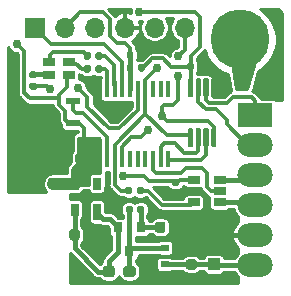
<source format=gbr>
%TF.GenerationSoftware,KiCad,Pcbnew,(5.1.6)-1*%
%TF.CreationDate,2021-08-06T10:58:56-04:00*%
%TF.ProjectId,RemoteTemp - MSP430 - RS422,52656d6f-7465-4546-956d-70202d204d53,rev?*%
%TF.SameCoordinates,Original*%
%TF.FileFunction,Copper,L1,Top*%
%TF.FilePolarity,Positive*%
%FSLAX46Y46*%
G04 Gerber Fmt 4.6, Leading zero omitted, Abs format (unit mm)*
G04 Created by KiCad (PCBNEW (5.1.6)-1) date 2021-08-06 10:58:56*
%MOMM*%
%LPD*%
G01*
G04 APERTURE LIST*
%TA.AperFunction,SMDPad,CuDef*%
%ADD10R,0.700000X0.600000*%
%TD*%
%TA.AperFunction,ComponentPad*%
%ADD11C,5.000000*%
%TD*%
%TA.AperFunction,SMDPad,CuDef*%
%ADD12R,0.650000X1.060000*%
%TD*%
%TA.AperFunction,SMDPad,CuDef*%
%ADD13R,0.650000X1.400000*%
%TD*%
%TA.AperFunction,SMDPad,CuDef*%
%ADD14R,1.000000X0.800000*%
%TD*%
%TA.AperFunction,SMDPad,CuDef*%
%ADD15R,0.450000X1.450000*%
%TD*%
%TA.AperFunction,SMDPad,CuDef*%
%ADD16R,0.800000X0.900000*%
%TD*%
%TA.AperFunction,ComponentPad*%
%ADD17R,3.000000X2.000000*%
%TD*%
%TA.AperFunction,ComponentPad*%
%ADD18O,3.000000X2.000000*%
%TD*%
%TA.AperFunction,SMDPad,CuDef*%
%ADD19R,1.060000X0.650000*%
%TD*%
%TA.AperFunction,SMDPad,CuDef*%
%ADD20R,1.300000X0.600000*%
%TD*%
%TA.AperFunction,SMDPad,CuDef*%
%ADD21R,1.000000X1.000000*%
%TD*%
%TA.AperFunction,ComponentPad*%
%ADD22R,1.700000X1.700000*%
%TD*%
%TA.AperFunction,ComponentPad*%
%ADD23O,1.700000X1.700000*%
%TD*%
%TA.AperFunction,ViaPad*%
%ADD24C,0.750000*%
%TD*%
%TA.AperFunction,Conductor*%
%ADD25C,0.400000*%
%TD*%
%TA.AperFunction,Conductor*%
%ADD26C,0.300000*%
%TD*%
%TA.AperFunction,Conductor*%
%ADD27C,1.000000*%
%TD*%
%TA.AperFunction,Conductor*%
%ADD28C,0.230000*%
%TD*%
G04 APERTURE END LIST*
%TO.P,C1,2*%
%TO.N,GND*%
%TA.AperFunction,SMDPad,CuDef*%
G36*
G01*
X143375000Y-87472500D02*
X143375000Y-87127500D01*
G75*
G02*
X143522500Y-86980000I147500J0D01*
G01*
X143817500Y-86980000D01*
G75*
G02*
X143965000Y-87127500I0J-147500D01*
G01*
X143965000Y-87472500D01*
G75*
G02*
X143817500Y-87620000I-147500J0D01*
G01*
X143522500Y-87620000D01*
G75*
G02*
X143375000Y-87472500I0J147500D01*
G01*
G37*
%TD.AperFunction*%
%TO.P,C1,1*%
%TO.N,SBWTDIO*%
%TA.AperFunction,SMDPad,CuDef*%
G36*
G01*
X142405000Y-87472500D02*
X142405000Y-87127500D01*
G75*
G02*
X142552500Y-86980000I147500J0D01*
G01*
X142847500Y-86980000D01*
G75*
G02*
X142995000Y-87127500I0J-147500D01*
G01*
X142995000Y-87472500D01*
G75*
G02*
X142847500Y-87620000I-147500J0D01*
G01*
X142552500Y-87620000D01*
G75*
G02*
X142405000Y-87472500I0J147500D01*
G01*
G37*
%TD.AperFunction*%
%TD*%
%TO.P,C2,1*%
%TO.N,VDD*%
%TA.AperFunction,SMDPad,CuDef*%
G36*
G01*
X147535000Y-88472500D02*
X147535000Y-88127500D01*
G75*
G02*
X147682500Y-87980000I147500J0D01*
G01*
X147977500Y-87980000D01*
G75*
G02*
X148125000Y-88127500I0J-147500D01*
G01*
X148125000Y-88472500D01*
G75*
G02*
X147977500Y-88620000I-147500J0D01*
G01*
X147682500Y-88620000D01*
G75*
G02*
X147535000Y-88472500I0J147500D01*
G01*
G37*
%TD.AperFunction*%
%TO.P,C2,2*%
%TO.N,GND*%
%TA.AperFunction,SMDPad,CuDef*%
G36*
G01*
X148505000Y-88472500D02*
X148505000Y-88127500D01*
G75*
G02*
X148652500Y-87980000I147500J0D01*
G01*
X148947500Y-87980000D01*
G75*
G02*
X149095000Y-88127500I0J-147500D01*
G01*
X149095000Y-88472500D01*
G75*
G02*
X148947500Y-88620000I-147500J0D01*
G01*
X148652500Y-88620000D01*
G75*
G02*
X148505000Y-88472500I0J147500D01*
G01*
G37*
%TD.AperFunction*%
%TD*%
%TO.P,C4,1*%
%TO.N,VDD*%
%TA.AperFunction,SMDPad,CuDef*%
G36*
G01*
X138795000Y-94627500D02*
X138795000Y-94972500D01*
G75*
G02*
X138647500Y-95120000I-147500J0D01*
G01*
X138352500Y-95120000D01*
G75*
G02*
X138205000Y-94972500I0J147500D01*
G01*
X138205000Y-94627500D01*
G75*
G02*
X138352500Y-94480000I147500J0D01*
G01*
X138647500Y-94480000D01*
G75*
G02*
X138795000Y-94627500I0J-147500D01*
G01*
G37*
%TD.AperFunction*%
%TO.P,C4,2*%
%TO.N,GND*%
%TA.AperFunction,SMDPad,CuDef*%
G36*
G01*
X137825000Y-94627500D02*
X137825000Y-94972500D01*
G75*
G02*
X137677500Y-95120000I-147500J0D01*
G01*
X137382500Y-95120000D01*
G75*
G02*
X137235000Y-94972500I0J147500D01*
G01*
X137235000Y-94627500D01*
G75*
G02*
X137382500Y-94480000I147500J0D01*
G01*
X137677500Y-94480000D01*
G75*
G02*
X137825000Y-94627500I0J-147500D01*
G01*
G37*
%TD.AperFunction*%
%TD*%
%TO.P,C5,2*%
%TO.N,GND*%
%TA.AperFunction,SMDPad,CuDef*%
G36*
G01*
X139137500Y-102806250D02*
X139137500Y-102293750D01*
G75*
G02*
X139356250Y-102075000I218750J0D01*
G01*
X139793750Y-102075000D01*
G75*
G02*
X140012500Y-102293750I0J-218750D01*
G01*
X140012500Y-102806250D01*
G75*
G02*
X139793750Y-103025000I-218750J0D01*
G01*
X139356250Y-103025000D01*
G75*
G02*
X139137500Y-102806250I0J218750D01*
G01*
G37*
%TD.AperFunction*%
%TO.P,C5,1*%
%TO.N,/VIN_LDO*%
%TA.AperFunction,SMDPad,CuDef*%
G36*
G01*
X137562500Y-102806250D02*
X137562500Y-102293750D01*
G75*
G02*
X137781250Y-102075000I218750J0D01*
G01*
X138218750Y-102075000D01*
G75*
G02*
X138437500Y-102293750I0J-218750D01*
G01*
X138437500Y-102806250D01*
G75*
G02*
X138218750Y-103025000I-218750J0D01*
G01*
X137781250Y-103025000D01*
G75*
G02*
X137562500Y-102806250I0J218750D01*
G01*
G37*
%TD.AperFunction*%
%TD*%
%TO.P,C6,2*%
%TO.N,GND*%
%TA.AperFunction,SMDPad,CuDef*%
G36*
G01*
X135062500Y-97943750D02*
X135062500Y-98456250D01*
G75*
G02*
X134843750Y-98675000I-218750J0D01*
G01*
X134406250Y-98675000D01*
G75*
G02*
X134187500Y-98456250I0J218750D01*
G01*
X134187500Y-97943750D01*
G75*
G02*
X134406250Y-97725000I218750J0D01*
G01*
X134843750Y-97725000D01*
G75*
G02*
X135062500Y-97943750I0J-218750D01*
G01*
G37*
%TD.AperFunction*%
%TO.P,C6,1*%
%TO.N,VDD*%
%TA.AperFunction,SMDPad,CuDef*%
G36*
G01*
X136637500Y-97943750D02*
X136637500Y-98456250D01*
G75*
G02*
X136418750Y-98675000I-218750J0D01*
G01*
X135981250Y-98675000D01*
G75*
G02*
X135762500Y-98456250I0J218750D01*
G01*
X135762500Y-97943750D01*
G75*
G02*
X135981250Y-97725000I218750J0D01*
G01*
X136418750Y-97725000D01*
G75*
G02*
X136637500Y-97943750I0J-218750D01*
G01*
G37*
%TD.AperFunction*%
%TD*%
%TO.P,C8,1*%
%TO.N,Net-(C8-Pad1)*%
%TA.AperFunction,SMDPad,CuDef*%
G36*
G01*
X151762500Y-89956250D02*
X151762500Y-89443750D01*
G75*
G02*
X151981250Y-89225000I218750J0D01*
G01*
X152418750Y-89225000D01*
G75*
G02*
X152637500Y-89443750I0J-218750D01*
G01*
X152637500Y-89956250D01*
G75*
G02*
X152418750Y-90175000I-218750J0D01*
G01*
X151981250Y-90175000D01*
G75*
G02*
X151762500Y-89956250I0J218750D01*
G01*
G37*
%TD.AperFunction*%
%TO.P,C8,2*%
%TO.N,GND*%
%TA.AperFunction,SMDPad,CuDef*%
G36*
G01*
X153337500Y-89956250D02*
X153337500Y-89443750D01*
G75*
G02*
X153556250Y-89225000I218750J0D01*
G01*
X153993750Y-89225000D01*
G75*
G02*
X154212500Y-89443750I0J-218750D01*
G01*
X154212500Y-89956250D01*
G75*
G02*
X153993750Y-90175000I-218750J0D01*
G01*
X153556250Y-90175000D01*
G75*
G02*
X153337500Y-89956250I0J218750D01*
G01*
G37*
%TD.AperFunction*%
%TD*%
D10*
%TO.P,D1,2*%
%TO.N,VBUS*%
X145650000Y-105050000D03*
%TO.P,D1,1*%
%TO.N,Net-(D1-Pad1)*%
X145650000Y-103650000D03*
%TD*%
D11*
%TO.P,H1,1*%
%TO.N,Net-(C8-Pad1)*%
X152000000Y-86000000D03*
%TD*%
%TO.P,R1,1*%
%TO.N,VDD*%
%TA.AperFunction,SMDPad,CuDef*%
G36*
G01*
X143965000Y-88227500D02*
X143965000Y-88572500D01*
G75*
G02*
X143817500Y-88720000I-147500J0D01*
G01*
X143522500Y-88720000D01*
G75*
G02*
X143375000Y-88572500I0J147500D01*
G01*
X143375000Y-88227500D01*
G75*
G02*
X143522500Y-88080000I147500J0D01*
G01*
X143817500Y-88080000D01*
G75*
G02*
X143965000Y-88227500I0J-147500D01*
G01*
G37*
%TD.AperFunction*%
%TO.P,R1,2*%
%TO.N,SBWTDIO*%
%TA.AperFunction,SMDPad,CuDef*%
G36*
G01*
X142995000Y-88227500D02*
X142995000Y-88572500D01*
G75*
G02*
X142847500Y-88720000I-147500J0D01*
G01*
X142552500Y-88720000D01*
G75*
G02*
X142405000Y-88572500I0J147500D01*
G01*
X142405000Y-88227500D01*
G75*
G02*
X142552500Y-88080000I147500J0D01*
G01*
X142847500Y-88080000D01*
G75*
G02*
X142995000Y-88227500I0J-147500D01*
G01*
G37*
%TD.AperFunction*%
%TD*%
%TO.P,U1,1*%
%TO.N,UART_RXD*%
%TA.AperFunction,SMDPad,CuDef*%
G36*
G01*
X147937500Y-95125000D02*
X147712500Y-95125000D01*
G75*
G02*
X147600000Y-95012500I0J112500D01*
G01*
X147600000Y-93612500D01*
G75*
G02*
X147712500Y-93500000I112500J0D01*
G01*
X147937500Y-93500000D01*
G75*
G02*
X148050000Y-93612500I0J-112500D01*
G01*
X148050000Y-95012500D01*
G75*
G02*
X147937500Y-95125000I-112500J0D01*
G01*
G37*
%TD.AperFunction*%
%TO.P,U1,2*%
%TO.N,RS485_RE_N*%
%TA.AperFunction,SMDPad,CuDef*%
G36*
G01*
X148587500Y-95125000D02*
X148362500Y-95125000D01*
G75*
G02*
X148250000Y-95012500I0J112500D01*
G01*
X148250000Y-93612500D01*
G75*
G02*
X148362500Y-93500000I112500J0D01*
G01*
X148587500Y-93500000D01*
G75*
G02*
X148700000Y-93612500I0J-112500D01*
G01*
X148700000Y-95012500D01*
G75*
G02*
X148587500Y-95125000I-112500J0D01*
G01*
G37*
%TD.AperFunction*%
%TO.P,U1,3*%
%TO.N,RS485_DE*%
%TA.AperFunction,SMDPad,CuDef*%
G36*
G01*
X149237500Y-95125000D02*
X149012500Y-95125000D01*
G75*
G02*
X148900000Y-95012500I0J112500D01*
G01*
X148900000Y-93612500D01*
G75*
G02*
X149012500Y-93500000I112500J0D01*
G01*
X149237500Y-93500000D01*
G75*
G02*
X149350000Y-93612500I0J-112500D01*
G01*
X149350000Y-95012500D01*
G75*
G02*
X149237500Y-95125000I-112500J0D01*
G01*
G37*
%TD.AperFunction*%
%TO.P,U1,4*%
%TO.N,UART_TXD*%
%TA.AperFunction,SMDPad,CuDef*%
G36*
G01*
X149887500Y-95125000D02*
X149662500Y-95125000D01*
G75*
G02*
X149550000Y-95012500I0J112500D01*
G01*
X149550000Y-93612500D01*
G75*
G02*
X149662500Y-93500000I112500J0D01*
G01*
X149887500Y-93500000D01*
G75*
G02*
X150000000Y-93612500I0J-112500D01*
G01*
X150000000Y-95012500D01*
G75*
G02*
X149887500Y-95125000I-112500J0D01*
G01*
G37*
%TD.AperFunction*%
%TO.P,U1,5*%
%TO.N,GND*%
%TA.AperFunction,SMDPad,CuDef*%
G36*
G01*
X149887500Y-90900000D02*
X149662500Y-90900000D01*
G75*
G02*
X149550000Y-90787500I0J112500D01*
G01*
X149550000Y-89387500D01*
G75*
G02*
X149662500Y-89275000I112500J0D01*
G01*
X149887500Y-89275000D01*
G75*
G02*
X150000000Y-89387500I0J-112500D01*
G01*
X150000000Y-90787500D01*
G75*
G02*
X149887500Y-90900000I-112500J0D01*
G01*
G37*
%TD.AperFunction*%
%TO.P,U1,6*%
%TO.N,/RS485A_RS422Y*%
%TA.AperFunction,SMDPad,CuDef*%
G36*
G01*
X149237500Y-90900000D02*
X149012500Y-90900000D01*
G75*
G02*
X148900000Y-90787500I0J112500D01*
G01*
X148900000Y-89387500D01*
G75*
G02*
X149012500Y-89275000I112500J0D01*
G01*
X149237500Y-89275000D01*
G75*
G02*
X149350000Y-89387500I0J-112500D01*
G01*
X149350000Y-90787500D01*
G75*
G02*
X149237500Y-90900000I-112500J0D01*
G01*
G37*
%TD.AperFunction*%
%TO.P,U1,7*%
%TO.N,/RS485B_RS422Z*%
%TA.AperFunction,SMDPad,CuDef*%
G36*
G01*
X148587500Y-90900000D02*
X148362500Y-90900000D01*
G75*
G02*
X148250000Y-90787500I0J112500D01*
G01*
X148250000Y-89387500D01*
G75*
G02*
X148362500Y-89275000I112500J0D01*
G01*
X148587500Y-89275000D01*
G75*
G02*
X148700000Y-89387500I0J-112500D01*
G01*
X148700000Y-90787500D01*
G75*
G02*
X148587500Y-90900000I-112500J0D01*
G01*
G37*
%TD.AperFunction*%
%TO.P,U1,8*%
%TO.N,VDD*%
%TA.AperFunction,SMDPad,CuDef*%
G36*
G01*
X147937500Y-90900000D02*
X147712500Y-90900000D01*
G75*
G02*
X147600000Y-90787500I0J112500D01*
G01*
X147600000Y-89387500D01*
G75*
G02*
X147712500Y-89275000I112500J0D01*
G01*
X147937500Y-89275000D01*
G75*
G02*
X148050000Y-89387500I0J-112500D01*
G01*
X148050000Y-90787500D01*
G75*
G02*
X147937500Y-90900000I-112500J0D01*
G01*
G37*
%TD.AperFunction*%
%TD*%
D12*
%TO.P,U3,5*%
%TO.N,VDD*%
X138000000Y-98200000D03*
%TO.P,U3,4*%
%TO.N,N/C*%
X139900000Y-98200000D03*
D13*
%TO.P,U3,3*%
%TO.N,/VIN_LDO*%
X139900000Y-100600000D03*
D12*
%TO.P,U3,2*%
%TO.N,GND*%
X138950000Y-100400000D03*
%TO.P,U3,1*%
%TO.N,/VIN_LDO*%
X138000000Y-100400000D03*
%TD*%
%TO.P,C11,1*%
%TO.N,VBUS*%
%TA.AperFunction,SMDPad,CuDef*%
G36*
G01*
X148156250Y-105487500D02*
X147643750Y-105487500D01*
G75*
G02*
X147425000Y-105268750I0J218750D01*
G01*
X147425000Y-104831250D01*
G75*
G02*
X147643750Y-104612500I218750J0D01*
G01*
X148156250Y-104612500D01*
G75*
G02*
X148375000Y-104831250I0J-218750D01*
G01*
X148375000Y-105268750D01*
G75*
G02*
X148156250Y-105487500I-218750J0D01*
G01*
G37*
%TD.AperFunction*%
%TO.P,C11,2*%
%TO.N,GND*%
%TA.AperFunction,SMDPad,CuDef*%
G36*
G01*
X148156250Y-103912500D02*
X147643750Y-103912500D01*
G75*
G02*
X147425000Y-103693750I0J218750D01*
G01*
X147425000Y-103256250D01*
G75*
G02*
X147643750Y-103037500I218750J0D01*
G01*
X148156250Y-103037500D01*
G75*
G02*
X148375000Y-103256250I0J-218750D01*
G01*
X148375000Y-103693750D01*
G75*
G02*
X148156250Y-103912500I-218750J0D01*
G01*
G37*
%TD.AperFunction*%
%TD*%
%TO.P,C12,1*%
%TO.N,VDD*%
%TA.AperFunction,SMDPad,CuDef*%
G36*
G01*
X138937500Y-95843750D02*
X138937500Y-96356250D01*
G75*
G02*
X138718750Y-96575000I-218750J0D01*
G01*
X138281250Y-96575000D01*
G75*
G02*
X138062500Y-96356250I0J218750D01*
G01*
X138062500Y-95843750D01*
G75*
G02*
X138281250Y-95625000I218750J0D01*
G01*
X138718750Y-95625000D01*
G75*
G02*
X138937500Y-95843750I0J-218750D01*
G01*
G37*
%TD.AperFunction*%
%TO.P,C12,2*%
%TO.N,GND*%
%TA.AperFunction,SMDPad,CuDef*%
G36*
G01*
X137362500Y-95843750D02*
X137362500Y-96356250D01*
G75*
G02*
X137143750Y-96575000I-218750J0D01*
G01*
X136706250Y-96575000D01*
G75*
G02*
X136487500Y-96356250I0J218750D01*
G01*
X136487500Y-95843750D01*
G75*
G02*
X136706250Y-95625000I218750J0D01*
G01*
X137143750Y-95625000D01*
G75*
G02*
X137362500Y-95843750I0J-218750D01*
G01*
G37*
%TD.AperFunction*%
%TD*%
D14*
%TO.P,D3,1*%
%TO.N,Net-(D3-Pad1)*%
X135850000Y-89000000D03*
%TO.P,D3,2*%
%TO.N,Net-(D3-Pad2)*%
X135850000Y-87950000D03*
%TO.P,D3,3*%
%TO.N,Net-(D3-Pad3)*%
X137500000Y-87950000D03*
%TO.P,D3,4*%
%TO.N,VDD*%
X137500000Y-89000000D03*
%TD*%
%TO.P,R4,1*%
%TO.N,BLED*%
%TA.AperFunction,SMDPad,CuDef*%
G36*
G01*
X140365000Y-88327500D02*
X140365000Y-88672500D01*
G75*
G02*
X140217500Y-88820000I-147500J0D01*
G01*
X139922500Y-88820000D01*
G75*
G02*
X139775000Y-88672500I0J147500D01*
G01*
X139775000Y-88327500D01*
G75*
G02*
X139922500Y-88180000I147500J0D01*
G01*
X140217500Y-88180000D01*
G75*
G02*
X140365000Y-88327500I0J-147500D01*
G01*
G37*
%TD.AperFunction*%
%TO.P,R4,2*%
%TO.N,Net-(D3-Pad3)*%
%TA.AperFunction,SMDPad,CuDef*%
G36*
G01*
X139395000Y-88327500D02*
X139395000Y-88672500D01*
G75*
G02*
X139247500Y-88820000I-147500J0D01*
G01*
X138952500Y-88820000D01*
G75*
G02*
X138805000Y-88672500I0J147500D01*
G01*
X138805000Y-88327500D01*
G75*
G02*
X138952500Y-88180000I147500J0D01*
G01*
X139247500Y-88180000D01*
G75*
G02*
X139395000Y-88327500I0J-147500D01*
G01*
G37*
%TD.AperFunction*%
%TD*%
%TO.P,R5,1*%
%TO.N,RLED*%
%TA.AperFunction,SMDPad,CuDef*%
G36*
G01*
X134672500Y-90265000D02*
X134327500Y-90265000D01*
G75*
G02*
X134180000Y-90117500I0J147500D01*
G01*
X134180000Y-89822500D01*
G75*
G02*
X134327500Y-89675000I147500J0D01*
G01*
X134672500Y-89675000D01*
G75*
G02*
X134820000Y-89822500I0J-147500D01*
G01*
X134820000Y-90117500D01*
G75*
G02*
X134672500Y-90265000I-147500J0D01*
G01*
G37*
%TD.AperFunction*%
%TO.P,R5,2*%
%TO.N,Net-(D3-Pad1)*%
%TA.AperFunction,SMDPad,CuDef*%
G36*
G01*
X134672500Y-89295000D02*
X134327500Y-89295000D01*
G75*
G02*
X134180000Y-89147500I0J147500D01*
G01*
X134180000Y-88852500D01*
G75*
G02*
X134327500Y-88705000I147500J0D01*
G01*
X134672500Y-88705000D01*
G75*
G02*
X134820000Y-88852500I0J-147500D01*
G01*
X134820000Y-89147500D01*
G75*
G02*
X134672500Y-89295000I-147500J0D01*
G01*
G37*
%TD.AperFunction*%
%TD*%
%TO.P,R6,2*%
%TO.N,Net-(D3-Pad2)*%
%TA.AperFunction,SMDPad,CuDef*%
G36*
G01*
X139395000Y-87227500D02*
X139395000Y-87572500D01*
G75*
G02*
X139247500Y-87720000I-147500J0D01*
G01*
X138952500Y-87720000D01*
G75*
G02*
X138805000Y-87572500I0J147500D01*
G01*
X138805000Y-87227500D01*
G75*
G02*
X138952500Y-87080000I147500J0D01*
G01*
X139247500Y-87080000D01*
G75*
G02*
X139395000Y-87227500I0J-147500D01*
G01*
G37*
%TD.AperFunction*%
%TO.P,R6,1*%
%TO.N,GLED*%
%TA.AperFunction,SMDPad,CuDef*%
G36*
G01*
X140365000Y-87227500D02*
X140365000Y-87572500D01*
G75*
G02*
X140217500Y-87720000I-147500J0D01*
G01*
X139922500Y-87720000D01*
G75*
G02*
X139775000Y-87572500I0J147500D01*
G01*
X139775000Y-87227500D01*
G75*
G02*
X139922500Y-87080000I147500J0D01*
G01*
X140217500Y-87080000D01*
G75*
G02*
X140365000Y-87227500I0J-147500D01*
G01*
G37*
%TD.AperFunction*%
%TD*%
D15*
%TO.P,U2,1*%
%TO.N,VDD*%
X140100000Y-96100000D03*
%TO.P,U2,2*%
%TO.N,/PCB_TEMP*%
X140750000Y-96100000D03*
%TO.P,U2,3*%
%TO.N,UART_RXD*%
X141400000Y-96100000D03*
%TO.P,U2,4*%
%TO.N,UART_TXD*%
X142050000Y-96100000D03*
%TO.P,U2,5*%
%TO.N,N/C*%
X142700000Y-96100000D03*
%TO.P,U2,6*%
X143350000Y-96100000D03*
%TO.P,U2,7*%
X144000000Y-96100000D03*
%TO.P,U2,8*%
%TO.N,RS422_RE*%
X144650000Y-96100000D03*
%TO.P,U2,9*%
%TO.N,RS485_RE_N*%
X145300000Y-96100000D03*
%TO.P,U2,10*%
%TO.N,RS485_DE*%
X145950000Y-96100000D03*
%TO.P,U2,11*%
%TO.N,N/C*%
X145950000Y-90200000D03*
%TO.P,U2,12*%
X145300000Y-90200000D03*
%TO.P,U2,13*%
X144650000Y-90200000D03*
%TO.P,U2,14*%
%TO.N,UART_RXD*%
X144000000Y-90200000D03*
%TO.P,U2,15*%
%TO.N,RLED*%
X143350000Y-90200000D03*
%TO.P,U2,16*%
%TO.N,SBWTDIO*%
X142700000Y-90200000D03*
%TO.P,U2,17*%
%TO.N,SBWTCK*%
X142050000Y-90200000D03*
%TO.P,U2,18*%
%TO.N,GLED*%
X141400000Y-90200000D03*
%TO.P,U2,19*%
%TO.N,BLED*%
X140750000Y-90200000D03*
%TO.P,U2,20*%
%TO.N,GND*%
X140100000Y-90200000D03*
%TD*%
%TO.P,C14,1*%
%TO.N,Net-(C14-Pad1)*%
%TA.AperFunction,SMDPad,CuDef*%
G36*
G01*
X144812500Y-102156250D02*
X144812500Y-101643750D01*
G75*
G02*
X145031250Y-101425000I218750J0D01*
G01*
X145468750Y-101425000D01*
G75*
G02*
X145687500Y-101643750I0J-218750D01*
G01*
X145687500Y-102156250D01*
G75*
G02*
X145468750Y-102375000I-218750J0D01*
G01*
X145031250Y-102375000D01*
G75*
G02*
X144812500Y-102156250I0J218750D01*
G01*
G37*
%TD.AperFunction*%
%TO.P,C14,2*%
%TO.N,GND*%
%TA.AperFunction,SMDPad,CuDef*%
G36*
G01*
X146387500Y-102156250D02*
X146387500Y-101643750D01*
G75*
G02*
X146606250Y-101425000I218750J0D01*
G01*
X147043750Y-101425000D01*
G75*
G02*
X147262500Y-101643750I0J-218750D01*
G01*
X147262500Y-102156250D01*
G75*
G02*
X147043750Y-102375000I-218750J0D01*
G01*
X146606250Y-102375000D01*
G75*
G02*
X146387500Y-102156250I0J218750D01*
G01*
G37*
%TD.AperFunction*%
%TD*%
D16*
%TO.P,Q1,1*%
%TO.N,Net-(C14-Pad1)*%
X143600000Y-101900000D03*
%TO.P,Q1,2*%
%TO.N,/VIN_LDO*%
X141700000Y-101900000D03*
%TO.P,Q1,3*%
%TO.N,Net-(D1-Pad1)*%
X142650000Y-103900000D03*
%TD*%
%TO.P,R11,1*%
%TO.N,Net-(D1-Pad1)*%
%TA.AperFunction,SMDPad,CuDef*%
G36*
G01*
X142335000Y-100572500D02*
X142335000Y-100227500D01*
G75*
G02*
X142482500Y-100080000I147500J0D01*
G01*
X142777500Y-100080000D01*
G75*
G02*
X142925000Y-100227500I0J-147500D01*
G01*
X142925000Y-100572500D01*
G75*
G02*
X142777500Y-100720000I-147500J0D01*
G01*
X142482500Y-100720000D01*
G75*
G02*
X142335000Y-100572500I0J147500D01*
G01*
G37*
%TD.AperFunction*%
%TO.P,R11,2*%
%TO.N,Net-(C14-Pad1)*%
%TA.AperFunction,SMDPad,CuDef*%
G36*
G01*
X143305000Y-100572500D02*
X143305000Y-100227500D01*
G75*
G02*
X143452500Y-100080000I147500J0D01*
G01*
X143747500Y-100080000D01*
G75*
G02*
X143895000Y-100227500I0J-147500D01*
G01*
X143895000Y-100572500D01*
G75*
G02*
X143747500Y-100720000I-147500J0D01*
G01*
X143452500Y-100720000D01*
G75*
G02*
X143305000Y-100572500I0J147500D01*
G01*
G37*
%TD.AperFunction*%
%TD*%
%TO.P,C3,1*%
%TO.N,VDD*%
%TA.AperFunction,SMDPad,CuDef*%
G36*
G01*
X146377500Y-97820000D02*
X146722500Y-97820000D01*
G75*
G02*
X146870000Y-97967500I0J-147500D01*
G01*
X146870000Y-98262500D01*
G75*
G02*
X146722500Y-98410000I-147500J0D01*
G01*
X146377500Y-98410000D01*
G75*
G02*
X146230000Y-98262500I0J147500D01*
G01*
X146230000Y-97967500D01*
G75*
G02*
X146377500Y-97820000I147500J0D01*
G01*
G37*
%TD.AperFunction*%
%TO.P,C3,2*%
%TO.N,GND*%
%TA.AperFunction,SMDPad,CuDef*%
G36*
G01*
X146377500Y-98790000D02*
X146722500Y-98790000D01*
G75*
G02*
X146870000Y-98937500I0J-147500D01*
G01*
X146870000Y-99232500D01*
G75*
G02*
X146722500Y-99380000I-147500J0D01*
G01*
X146377500Y-99380000D01*
G75*
G02*
X146230000Y-99232500I0J147500D01*
G01*
X146230000Y-98937500D01*
G75*
G02*
X146377500Y-98790000I147500J0D01*
G01*
G37*
%TD.AperFunction*%
%TD*%
D17*
%TO.P,J1,1*%
%TO.N,/RS485A_RS422Y*%
X153300000Y-92400000D03*
D18*
%TO.P,J1,2*%
%TO.N,/RS485B_RS422Z*%
X153300000Y-94940000D03*
%TO.P,J1,3*%
%TO.N,/RS422_A*%
X153300000Y-97480000D03*
%TO.P,J1,4*%
%TO.N,/RS422_B*%
X153300000Y-100020000D03*
%TO.P,J1,5*%
%TO.N,GND*%
X153300000Y-102560000D03*
%TO.P,J1,6*%
%TO.N,VBUS*%
X153300000Y-105100000D03*
%TD*%
%TO.P,R2,1*%
%TO.N,UART_RXD*%
%TA.AperFunction,SMDPad,CuDef*%
G36*
G01*
X142305000Y-98972500D02*
X142305000Y-98627500D01*
G75*
G02*
X142452500Y-98480000I147500J0D01*
G01*
X142747500Y-98480000D01*
G75*
G02*
X142895000Y-98627500I0J-147500D01*
G01*
X142895000Y-98972500D01*
G75*
G02*
X142747500Y-99120000I-147500J0D01*
G01*
X142452500Y-99120000D01*
G75*
G02*
X142305000Y-98972500I0J147500D01*
G01*
G37*
%TD.AperFunction*%
%TO.P,R2,2*%
%TO.N,Net-(R2-Pad2)*%
%TA.AperFunction,SMDPad,CuDef*%
G36*
G01*
X143275000Y-98972500D02*
X143275000Y-98627500D01*
G75*
G02*
X143422500Y-98480000I147500J0D01*
G01*
X143717500Y-98480000D01*
G75*
G02*
X143865000Y-98627500I0J-147500D01*
G01*
X143865000Y-98972500D01*
G75*
G02*
X143717500Y-99120000I-147500J0D01*
G01*
X143422500Y-99120000D01*
G75*
G02*
X143275000Y-98972500I0J147500D01*
G01*
G37*
%TD.AperFunction*%
%TD*%
%TO.P,R3,1*%
%TO.N,/VIN_LDO*%
%TA.AperFunction,SMDPad,CuDef*%
G36*
G01*
X140375000Y-105887500D02*
X140375000Y-105412500D01*
G75*
G02*
X140612500Y-105175000I237500J0D01*
G01*
X141187500Y-105175000D01*
G75*
G02*
X141425000Y-105412500I0J-237500D01*
G01*
X141425000Y-105887500D01*
G75*
G02*
X141187500Y-106125000I-237500J0D01*
G01*
X140612500Y-106125000D01*
G75*
G02*
X140375000Y-105887500I0J237500D01*
G01*
G37*
%TD.AperFunction*%
%TO.P,R3,2*%
%TO.N,Net-(D1-Pad1)*%
%TA.AperFunction,SMDPad,CuDef*%
G36*
G01*
X142125000Y-105887500D02*
X142125000Y-105412500D01*
G75*
G02*
X142362500Y-105175000I237500J0D01*
G01*
X142937500Y-105175000D01*
G75*
G02*
X143175000Y-105412500I0J-237500D01*
G01*
X143175000Y-105887500D01*
G75*
G02*
X142937500Y-106125000I-237500J0D01*
G01*
X142362500Y-106125000D01*
G75*
G02*
X142125000Y-105887500I0J237500D01*
G01*
G37*
%TD.AperFunction*%
%TD*%
D19*
%TO.P,U4,1*%
%TO.N,VDD*%
X148100000Y-97900000D03*
%TO.P,U4,2*%
%TO.N,GND*%
X148100000Y-98850000D03*
%TO.P,U4,3*%
%TO.N,Net-(R2-Pad2)*%
X148100000Y-99800000D03*
%TO.P,U4,4*%
%TO.N,/RS422_B*%
X150300000Y-99800000D03*
%TO.P,U4,6*%
%TO.N,/RS422_A*%
X150300000Y-97900000D03*
%TO.P,U4,5*%
%TO.N,RS422_RE*%
X150300000Y-98850000D03*
%TD*%
D20*
%TO.P,U5,3*%
%TO.N,GND*%
X135800000Y-92150000D03*
%TO.P,U5,2*%
%TO.N,/PCB_TEMP*%
X137900000Y-91200000D03*
%TO.P,U5,1*%
%TO.N,VDD*%
X137900000Y-93100000D03*
%TD*%
D21*
%TO.P,D2,1*%
%TO.N,VBUS*%
X149800000Y-105050000D03*
%TO.P,D2,2*%
%TO.N,GND*%
X149800000Y-102550000D03*
%TD*%
D22*
%TO.P,J2,1*%
%TO.N,SBWTCK*%
X134620000Y-85000000D03*
D23*
%TO.P,J2,2*%
%TO.N,SBWTDIO*%
X137160000Y-85000000D03*
%TO.P,J2,3*%
%TO.N,VDD*%
X139700000Y-85000000D03*
%TO.P,J2,4*%
%TO.N,GND*%
X142240000Y-85000000D03*
%TO.P,J2,5*%
%TO.N,UART_RXD*%
X144780000Y-85000000D03*
%TO.P,J2,6*%
%TO.N,UART_TXD*%
X147320000Y-85000000D03*
%TD*%
D24*
%TO.N,GND*%
X138950000Y-99200000D03*
X139550000Y-103749996D03*
X134600000Y-96900000D03*
X139300000Y-89600000D03*
X143700000Y-86300000D03*
X150800000Y-89900000D03*
X149700000Y-88600000D03*
X145500000Y-98900000D03*
X140900000Y-99100000D03*
X141500000Y-100200000D03*
X138500000Y-105900000D03*
X133300000Y-98200000D03*
X151100000Y-101200000D03*
X151100000Y-103800000D03*
X149700000Y-101200000D03*
X148200000Y-101200000D03*
X144700000Y-100600000D03*
X146100000Y-100800000D03*
X146800000Y-103100000D03*
X148200000Y-102300000D03*
X144100000Y-105700000D03*
X146000000Y-86300000D03*
X136400000Y-94800000D03*
X135400000Y-94800000D03*
X134400000Y-94800000D03*
X133400000Y-94800000D03*
X132700000Y-93800000D03*
X133900000Y-93800000D03*
X134900000Y-93800000D03*
X135900000Y-93800000D03*
X133900000Y-95800000D03*
X134900000Y-95800000D03*
X135900000Y-95800000D03*
X132700000Y-95800000D03*
X132700000Y-97200000D03*
X134300000Y-92300000D03*
X133200000Y-92300000D03*
X132700000Y-90800000D03*
X132700000Y-89600000D03*
X132700000Y-88400000D03*
X145400000Y-106200000D03*
X146600000Y-106200000D03*
X147900000Y-106200000D03*
X149200000Y-106200000D03*
X150500000Y-106200000D03*
X142300000Y-91700000D03*
X141400000Y-92500000D03*
X140400000Y-91800002D03*
X154500000Y-90700000D03*
X155000000Y-89700008D03*
X140800000Y-103400000D03*
%TO.N,VDD*%
X133100000Y-86400000D03*
X138900000Y-97400000D03*
X142125000Y-97600000D03*
X143500000Y-83700000D03*
%TO.N,UART_RXD*%
X145000000Y-88400000D03*
%TO.N,RLED*%
X135900000Y-90200000D03*
X138300000Y-90100000D03*
%TO.N,UART_TXD*%
X146800000Y-87400000D03*
X146800000Y-89100000D03*
X144200000Y-93700000D03*
X145399997Y-92500005D03*
%TD*%
D25*
%TO.N,GND*%
X138950000Y-100400000D02*
X138950000Y-99200000D01*
X138950000Y-101925000D02*
X139575000Y-102550000D01*
X138950000Y-100400000D02*
X138950000Y-101925000D01*
X139575000Y-103724996D02*
X139550000Y-103749996D01*
X139575000Y-102550000D02*
X139575000Y-103724996D01*
X134625000Y-98200000D02*
X134625000Y-96925000D01*
X134625000Y-96925000D02*
X134600000Y-96900000D01*
X140100000Y-90200000D02*
X140100000Y-89700000D01*
X140100000Y-89700000D02*
X140000000Y-89600000D01*
X140000000Y-89600000D02*
X139300000Y-89600000D01*
X143670000Y-87300000D02*
X143670000Y-86330000D01*
X143670000Y-86330000D02*
X143700000Y-86300000D01*
D26*
X153775000Y-89700000D02*
X153800000Y-89700000D01*
X149775000Y-90087500D02*
X150612500Y-90087500D01*
X150612500Y-90087500D02*
X150800000Y-89900000D01*
X149775000Y-90087500D02*
X149775000Y-88625000D01*
X149775000Y-88625000D02*
X149800000Y-88600000D01*
X149500000Y-88300000D02*
X149800000Y-88600000D01*
X148800000Y-88300000D02*
X149500000Y-88300000D01*
X146550000Y-99085000D02*
X145685000Y-99085000D01*
X145685000Y-99085000D02*
X145500000Y-98900000D01*
X146550000Y-99085000D02*
X146715000Y-99085000D01*
X146950000Y-98850000D02*
X148100000Y-98850000D01*
X146715000Y-99085000D02*
X146950000Y-98850000D01*
D25*
X140100000Y-90200000D02*
X140100000Y-91500002D01*
X140100000Y-91500002D02*
X140400000Y-91800002D01*
D26*
X153800000Y-90000000D02*
X154500000Y-90700000D01*
X153800000Y-89700000D02*
X153800000Y-90000000D01*
X153800000Y-89700000D02*
X154999992Y-89700000D01*
X154999992Y-89700000D02*
X155000000Y-89700008D01*
D25*
X149810000Y-102560000D02*
X149800000Y-102550000D01*
X153300000Y-102560000D02*
X149810000Y-102560000D01*
%TO.N,VDD*%
X138000000Y-96900000D02*
X138000000Y-98200000D01*
X138500000Y-96100000D02*
X138500000Y-96400000D01*
X138500000Y-96400000D02*
X138000000Y-96900000D01*
X138500000Y-96100000D02*
X140100000Y-96100000D01*
X138500000Y-94800000D02*
X138500000Y-96100000D01*
D27*
X136200000Y-98200000D02*
X138000000Y-98200000D01*
D26*
X137900000Y-93100000D02*
X138400000Y-93100000D01*
X138400000Y-93100000D02*
X138800000Y-93500000D01*
X138800000Y-94500000D02*
X138500000Y-94800000D01*
X138800000Y-93500000D02*
X138800000Y-94500000D01*
X137200000Y-92800000D02*
X137500000Y-93100000D01*
X137500000Y-93100000D02*
X137900000Y-93100000D01*
X137400000Y-90000000D02*
X136700000Y-90700000D01*
X137400000Y-88900000D02*
X137400000Y-90000000D01*
X137200000Y-92034999D02*
X137200000Y-92800000D01*
X136700000Y-91534999D02*
X137200000Y-92034999D01*
X136700000Y-90700000D02*
X136700000Y-91000000D01*
X136700000Y-91000000D02*
X136700000Y-91534999D01*
X147825000Y-88305000D02*
X147830000Y-88300000D01*
X147825000Y-90087500D02*
X147825000Y-88305000D01*
X138900000Y-97400000D02*
X138900000Y-96500000D01*
X138900000Y-96500000D02*
X138500000Y-96100000D01*
X146550000Y-98115000D02*
X146685000Y-98115000D01*
X146900000Y-97900000D02*
X148100000Y-97900000D01*
X146685000Y-98115000D02*
X146900000Y-97900000D01*
X143800000Y-88400000D02*
X143670000Y-88400000D01*
X144600000Y-87600000D02*
X143800000Y-88400000D01*
X145500000Y-87600000D02*
X144600000Y-87600000D01*
X147830000Y-88300000D02*
X146200000Y-88300000D01*
X146200000Y-88300000D02*
X145500000Y-87600000D01*
X147830000Y-87370000D02*
X147830000Y-88300000D01*
X148600000Y-84100000D02*
X148600000Y-86600000D01*
X148600000Y-86600000D02*
X147830000Y-87370000D01*
X143500000Y-83700000D02*
X148200000Y-83700000D01*
X148200000Y-83700000D02*
X148600000Y-84100000D01*
X134200000Y-91000000D02*
X136700000Y-91000000D01*
X133700000Y-90500000D02*
X134200000Y-91000000D01*
X133100000Y-86400000D02*
X133700000Y-87000000D01*
X133700000Y-87000000D02*
X133700000Y-90500000D01*
X143900000Y-97600000D02*
X142125000Y-97600000D01*
X146550000Y-98115000D02*
X146435000Y-98000000D01*
X144300000Y-98000000D02*
X143900000Y-97600000D01*
X146435000Y-98000000D02*
X144300000Y-98000000D01*
%TO.N,Net-(C8-Pad1)*%
X152200000Y-86200000D02*
X152000000Y-86000000D01*
X152200000Y-89700000D02*
X152200000Y-86200000D01*
D25*
%TO.N,VBUS*%
X149850000Y-105100000D02*
X149800000Y-105050000D01*
X153300000Y-105100000D02*
X149850000Y-105100000D01*
X149800000Y-105050000D02*
X147900000Y-105050000D01*
X147900000Y-105050000D02*
X145650000Y-105050000D01*
%TO.N,Net-(D1-Pad1)*%
X142900000Y-103650000D02*
X142650000Y-103900000D01*
X145650000Y-103650000D02*
X142900000Y-103650000D01*
X142650000Y-100420000D02*
X142630000Y-100400000D01*
X142650000Y-103900000D02*
X142650000Y-100420000D01*
X142650000Y-105650000D02*
X142650000Y-103900000D01*
D26*
%TO.N,UART_RXD*%
X141400000Y-98300000D02*
X141400000Y-96100000D01*
X142600000Y-98800000D02*
X141900000Y-98800000D01*
X141900000Y-98800000D02*
X141400000Y-98300000D01*
X144000000Y-90200000D02*
X144000000Y-91500000D01*
X144000000Y-91500000D02*
X144000000Y-92300000D01*
X144000000Y-90200000D02*
X144000000Y-89400000D01*
X144000000Y-89400000D02*
X145000000Y-88400000D01*
X141400000Y-94900000D02*
X144000000Y-92300000D01*
X141400000Y-96100000D02*
X141400000Y-94900000D01*
X147825000Y-94225000D02*
X147825000Y-94312500D01*
X144000000Y-92300000D02*
X145800000Y-94100000D01*
X147700000Y-94100000D02*
X147825000Y-94225000D01*
X145800000Y-94100000D02*
X147700000Y-94100000D01*
%TO.N,RS485_RE_N*%
X148475000Y-95425000D02*
X148300000Y-95600000D01*
X148475000Y-94312500D02*
X148475000Y-95425000D01*
X145300000Y-95100000D02*
X145300000Y-96100000D01*
X145600000Y-94800000D02*
X145300000Y-95100000D01*
X147300000Y-95600000D02*
X146500000Y-94800000D01*
X148300000Y-95600000D02*
X147300000Y-95600000D01*
X146500000Y-94800000D02*
X145600000Y-94800000D01*
D25*
%TO.N,/VIN_LDO*%
X138000000Y-102550000D02*
X138000000Y-100400000D01*
%TO.N,SBWTDIO*%
X142700000Y-90200000D02*
X142700000Y-88400000D01*
X142700000Y-88400000D02*
X142700000Y-87300000D01*
D26*
X138460000Y-83700000D02*
X137160000Y-85000000D01*
X140400000Y-83700000D02*
X138460000Y-83700000D01*
X141000000Y-84300000D02*
X140400000Y-83700000D01*
X142700000Y-86700000D02*
X142300000Y-86300000D01*
X142300000Y-86300000D02*
X141600000Y-86300000D01*
X142700000Y-87300000D02*
X142700000Y-86700000D01*
X141600000Y-86300000D02*
X141000000Y-85700000D01*
X141000000Y-85700000D02*
X141000000Y-84300000D01*
D25*
%TO.N,Net-(D3-Pad1)*%
X134600000Y-88900000D02*
X134500000Y-89000000D01*
X135950000Y-88900000D02*
X134600000Y-88900000D01*
D26*
%TO.N,Net-(D3-Pad2)*%
X136200000Y-87100000D02*
X135950000Y-87350000D01*
X139100000Y-87400000D02*
X138800000Y-87100000D01*
X135950000Y-87350000D02*
X135950000Y-88050000D01*
X138800000Y-87100000D02*
X136200000Y-87100000D01*
%TO.N,Net-(D3-Pad3)*%
X138600000Y-88500000D02*
X139100000Y-88500000D01*
X137400000Y-88050000D02*
X138150000Y-88050000D01*
X138150000Y-88050000D02*
X138600000Y-88500000D01*
%TO.N,SBWTCK*%
X140500000Y-86400000D02*
X136020000Y-86400000D01*
X136020000Y-86400000D02*
X134620000Y-85000000D01*
X142050000Y-90200000D02*
X142050000Y-87950000D01*
X142050000Y-87950000D02*
X140500000Y-86400000D01*
D25*
%TO.N,Net-(C14-Pad1)*%
X143600000Y-100400000D02*
X143600000Y-101900000D01*
X145250000Y-101900000D02*
X143600000Y-101900000D01*
D26*
%TO.N,BLED*%
X140600000Y-88500000D02*
X140070000Y-88500000D01*
X140750000Y-90200000D02*
X140750000Y-88650000D01*
X140750000Y-88650000D02*
X140600000Y-88500000D01*
%TO.N,RLED*%
X134500000Y-89970000D02*
X135670000Y-89970000D01*
X135670000Y-89970000D02*
X135900000Y-90200000D01*
%TO.N,GLED*%
X141325001Y-88125001D02*
X140600000Y-87400000D01*
X141325001Y-89825001D02*
X141325001Y-88125001D01*
X140600000Y-87400000D02*
X140070000Y-87400000D01*
X141400000Y-90200000D02*
X141400000Y-89900000D01*
X141400000Y-89900000D02*
X141325001Y-89825001D01*
D25*
%TO.N,/RS422_A*%
X152880000Y-97900000D02*
X153300000Y-97480000D01*
X150300000Y-97900000D02*
X152880000Y-97900000D01*
%TO.N,/RS422_B*%
X153080000Y-99800000D02*
X153300000Y-100020000D01*
X150300000Y-99800000D02*
X153080000Y-99800000D01*
D26*
%TO.N,RS485_DE*%
X145950000Y-96550000D02*
X145950000Y-96100000D01*
X148700000Y-96200000D02*
X149125000Y-95775000D01*
X145950000Y-96100000D02*
X146050000Y-96200000D01*
X149125000Y-95775000D02*
X149125000Y-94312500D01*
X146050000Y-96200000D02*
X148700000Y-96200000D01*
%TO.N,UART_TXD*%
X147320000Y-85000000D02*
X147320000Y-86880000D01*
X147320000Y-86880000D02*
X146800000Y-87400000D01*
X146800000Y-89100000D02*
X146800000Y-91100002D01*
X149300000Y-92900000D02*
X145799992Y-92900000D01*
X145799992Y-92900000D02*
X145399997Y-92500005D01*
X149775000Y-94312500D02*
X149775000Y-93375000D01*
X149775000Y-93375000D02*
X149300000Y-92900000D01*
X145399997Y-92500005D02*
X145399997Y-91700003D01*
X145549999Y-91550001D02*
X146350001Y-91550001D01*
X145399997Y-91700003D02*
X145549999Y-91550001D01*
X146800000Y-91100002D02*
X146350001Y-91550001D01*
X143600000Y-94300000D02*
X144200000Y-93700000D01*
X142825000Y-94300000D02*
X143600000Y-94300000D01*
X142050000Y-96100000D02*
X142050000Y-95075000D01*
X142050000Y-95075000D02*
X142825000Y-94300000D01*
D25*
%TO.N,/VIN_LDO*%
X139950000Y-105650000D02*
X140900000Y-105650000D01*
X138000000Y-102550000D02*
X138000000Y-103700000D01*
X138000000Y-103700000D02*
X139950000Y-105650000D01*
X140900000Y-104800000D02*
X140900000Y-105650000D01*
X141700000Y-101900000D02*
X141700000Y-104000000D01*
X141700000Y-104000000D02*
X140900000Y-104800000D01*
X141000000Y-101200000D02*
X141700000Y-101900000D01*
X140400000Y-101200000D02*
X141000000Y-101200000D01*
X139900000Y-100400000D02*
X139900000Y-100700000D01*
X139900000Y-100700000D02*
X140400000Y-101200000D01*
D26*
%TO.N,/RS485A_RS422Y*%
X153000000Y-90900000D02*
X153300000Y-91200000D01*
X150900000Y-91400000D02*
X151400000Y-90900000D01*
X153300000Y-91200000D02*
X153300000Y-92400000D01*
X149125000Y-90087500D02*
X149125000Y-91125000D01*
X149125000Y-91125000D02*
X149400000Y-91400000D01*
X149400000Y-91400000D02*
X150900000Y-91400000D01*
X151400000Y-90900000D02*
X153000000Y-90900000D01*
%TO.N,/RS485B_RS422Z*%
X150900000Y-93200000D02*
X152640000Y-94940000D01*
X148475000Y-91275000D02*
X149100000Y-91900000D01*
X148475000Y-90087500D02*
X148475000Y-91275000D01*
X149100000Y-91900000D02*
X150000000Y-91900000D01*
X152640000Y-94940000D02*
X153300000Y-94940000D01*
X150900000Y-92800000D02*
X150900000Y-93200000D01*
X150000000Y-91900000D02*
X150900000Y-92800000D01*
%TO.N,Net-(R2-Pad2)*%
X147900000Y-100000000D02*
X148100000Y-99800000D01*
X145400000Y-100000000D02*
X147900000Y-100000000D01*
X143570000Y-98800000D02*
X144200000Y-98800000D01*
X144200000Y-98800000D02*
X145400000Y-100000000D01*
%TO.N,RLED*%
X143350000Y-91950000D02*
X143350000Y-90200000D01*
X139100000Y-90900000D02*
X139100000Y-91700000D01*
X140900000Y-93500000D02*
X141800000Y-93500000D01*
X139100000Y-91700000D02*
X140900000Y-93500000D01*
X138300000Y-90100000D02*
X139100000Y-90900000D01*
X141800000Y-93500000D02*
X143350000Y-91950000D01*
%TO.N,RS422_RE*%
X144650000Y-97030002D02*
X144650000Y-96100000D01*
X144900000Y-97300000D02*
X144650000Y-97050000D01*
X147000000Y-97300000D02*
X144900000Y-97300000D01*
X147400000Y-96900000D02*
X147000000Y-97300000D01*
X149550000Y-98850000D02*
X149200000Y-98500000D01*
X150300000Y-98850000D02*
X149550000Y-98850000D01*
X149200000Y-98500000D02*
X149200000Y-97300000D01*
X149200000Y-97300000D02*
X148800000Y-96900000D01*
X144650000Y-97050000D02*
X144650000Y-97030002D01*
X148800000Y-96900000D02*
X147400000Y-96900000D01*
%TO.N,/PCB_TEMP*%
X140750000Y-94250000D02*
X140750000Y-96100000D01*
X138100000Y-92200000D02*
X138700000Y-92200000D01*
X137900000Y-91200000D02*
X137900000Y-92000000D01*
X138700000Y-92200000D02*
X140750000Y-94250000D01*
X137900000Y-92000000D02*
X138100000Y-92200000D01*
%TD*%
D28*
%TO.N,VDD*%
G36*
X140185000Y-94418977D02*
G01*
X140185000Y-95228316D01*
X140182439Y-95233107D01*
X140161340Y-95302663D01*
X140154215Y-95375000D01*
X140154215Y-96825000D01*
X140161340Y-96897337D01*
X140182439Y-96966893D01*
X140185000Y-96971684D01*
X140185000Y-97299215D01*
X139575000Y-97299215D01*
X139502663Y-97306340D01*
X139433107Y-97327439D01*
X139369003Y-97361704D01*
X139312815Y-97407815D01*
X139266704Y-97464003D01*
X139232439Y-97528107D01*
X139211340Y-97597663D01*
X139204215Y-97670000D01*
X139204215Y-98285000D01*
X137822874Y-98285000D01*
X137817306Y-98282694D01*
X137815000Y-98277126D01*
X137815000Y-96964296D01*
X137826782Y-96935852D01*
X138252028Y-96510606D01*
X138266330Y-96493180D01*
X138276957Y-96473298D01*
X138306246Y-96402588D01*
X138312790Y-96381014D01*
X138315000Y-96358579D01*
X138315000Y-94322874D01*
X138317306Y-94317306D01*
X138322874Y-94315000D01*
X140081023Y-94315000D01*
X140185000Y-94418977D01*
G37*
X140185000Y-94418977D02*
X140185000Y-95228316D01*
X140182439Y-95233107D01*
X140161340Y-95302663D01*
X140154215Y-95375000D01*
X140154215Y-96825000D01*
X140161340Y-96897337D01*
X140182439Y-96966893D01*
X140185000Y-96971684D01*
X140185000Y-97299215D01*
X139575000Y-97299215D01*
X139502663Y-97306340D01*
X139433107Y-97327439D01*
X139369003Y-97361704D01*
X139312815Y-97407815D01*
X139266704Y-97464003D01*
X139232439Y-97528107D01*
X139211340Y-97597663D01*
X139204215Y-97670000D01*
X139204215Y-98285000D01*
X137822874Y-98285000D01*
X137817306Y-98282694D01*
X137815000Y-98277126D01*
X137815000Y-96964296D01*
X137826782Y-96935852D01*
X138252028Y-96510606D01*
X138266330Y-96493180D01*
X138276957Y-96473298D01*
X138306246Y-96402588D01*
X138312790Y-96381014D01*
X138315000Y-96358579D01*
X138315000Y-94322874D01*
X138317306Y-94317306D01*
X138322874Y-94315000D01*
X140081023Y-94315000D01*
X140185000Y-94418977D01*
%TO.N,GND*%
G36*
X140881000Y-98274506D02*
G01*
X140878489Y-98300000D01*
X140888510Y-98401742D01*
X140912800Y-98481813D01*
X140918187Y-98499573D01*
X140966379Y-98589736D01*
X141031236Y-98668764D01*
X141051044Y-98685020D01*
X141514984Y-99148961D01*
X141531236Y-99168764D01*
X141610264Y-99233621D01*
X141700426Y-99281813D01*
X141798258Y-99311490D01*
X141900000Y-99321511D01*
X141925494Y-99319000D01*
X142069617Y-99319000D01*
X142086017Y-99338983D01*
X142164556Y-99403438D01*
X142254161Y-99451333D01*
X142351388Y-99480826D01*
X142452500Y-99490785D01*
X142747500Y-99490785D01*
X142848612Y-99480826D01*
X142945839Y-99451333D01*
X143035444Y-99403438D01*
X143085000Y-99362769D01*
X143134556Y-99403438D01*
X143224161Y-99451333D01*
X143321388Y-99480826D01*
X143422500Y-99490785D01*
X143717500Y-99490785D01*
X143818612Y-99480826D01*
X143915839Y-99451333D01*
X144005444Y-99403438D01*
X144040606Y-99374582D01*
X145014984Y-100348961D01*
X145031236Y-100368764D01*
X145110264Y-100433621D01*
X145199279Y-100481200D01*
X145200426Y-100481813D01*
X145298257Y-100511490D01*
X145308121Y-100512461D01*
X145374506Y-100519000D01*
X145374513Y-100519000D01*
X145399999Y-100521510D01*
X145425485Y-100519000D01*
X147874506Y-100519000D01*
X147900000Y-100521511D01*
X148001742Y-100511490D01*
X148026351Y-100504025D01*
X148053514Y-100495785D01*
X148630000Y-100495785D01*
X148702337Y-100488660D01*
X148771893Y-100467561D01*
X148835997Y-100433296D01*
X148892185Y-100387185D01*
X148938296Y-100330997D01*
X148972561Y-100266893D01*
X148993660Y-100197337D01*
X149000785Y-100125000D01*
X149000785Y-99475000D01*
X148993660Y-99402663D01*
X148972561Y-99333107D01*
X148938296Y-99269003D01*
X148892185Y-99212815D01*
X148835997Y-99166704D01*
X148771893Y-99132439D01*
X148702337Y-99111340D01*
X148630000Y-99104215D01*
X147570000Y-99104215D01*
X147497663Y-99111340D01*
X147428107Y-99132439D01*
X147364003Y-99166704D01*
X147307815Y-99212815D01*
X147261704Y-99269003D01*
X147227439Y-99333107D01*
X147206340Y-99402663D01*
X147199215Y-99475000D01*
X147199215Y-99481000D01*
X145614977Y-99481000D01*
X144652976Y-98519000D01*
X145929755Y-98519000D01*
X145946562Y-98550444D01*
X146011017Y-98628983D01*
X146089556Y-98693438D01*
X146179161Y-98741333D01*
X146276388Y-98770826D01*
X146377500Y-98780785D01*
X146722500Y-98780785D01*
X146823612Y-98770826D01*
X146920839Y-98741333D01*
X147010444Y-98693438D01*
X147088983Y-98628983D01*
X147153438Y-98550444D01*
X147201333Y-98460839D01*
X147214025Y-98419000D01*
X147255291Y-98419000D01*
X147261704Y-98430997D01*
X147307815Y-98487185D01*
X147364003Y-98533296D01*
X147428107Y-98567561D01*
X147497663Y-98588660D01*
X147570000Y-98595785D01*
X148630000Y-98595785D01*
X148687367Y-98590135D01*
X148688510Y-98601742D01*
X148712812Y-98681855D01*
X148718187Y-98699573D01*
X148766379Y-98789736D01*
X148831236Y-98868764D01*
X148851044Y-98885020D01*
X149164984Y-99198960D01*
X149181236Y-99218764D01*
X149260264Y-99283621D01*
X149350426Y-99331813D01*
X149421309Y-99353315D01*
X149406340Y-99402663D01*
X149399215Y-99475000D01*
X149399215Y-100125000D01*
X149406340Y-100197337D01*
X149427439Y-100266893D01*
X149461704Y-100330997D01*
X149507815Y-100387185D01*
X149564003Y-100433296D01*
X149628107Y-100467561D01*
X149697663Y-100488660D01*
X149770000Y-100495785D01*
X150830000Y-100495785D01*
X150902337Y-100488660D01*
X150971893Y-100467561D01*
X151035997Y-100433296D01*
X151092185Y-100387185D01*
X151107109Y-100369000D01*
X151475267Y-100369000D01*
X151529089Y-100546429D01*
X151656210Y-100784256D01*
X151827287Y-100992713D01*
X151885000Y-101040077D01*
X151885000Y-101420882D01*
X151721662Y-101566515D01*
X151548563Y-101795978D01*
X151423556Y-102054802D01*
X151363637Y-102271754D01*
X151452585Y-102500000D01*
X151885000Y-102500000D01*
X151885000Y-102620000D01*
X151452585Y-102620000D01*
X151363637Y-102848246D01*
X151423556Y-103065198D01*
X151548563Y-103324022D01*
X151721662Y-103553485D01*
X151885000Y-103699118D01*
X151885000Y-104079923D01*
X151827287Y-104127287D01*
X151656210Y-104335744D01*
X151551844Y-104531000D01*
X150668914Y-104531000D01*
X150663660Y-104477663D01*
X150642561Y-104408107D01*
X150608296Y-104344003D01*
X150562185Y-104287815D01*
X150505997Y-104241704D01*
X150441893Y-104207439D01*
X150372337Y-104186340D01*
X150300000Y-104179215D01*
X149300000Y-104179215D01*
X149227663Y-104186340D01*
X149158107Y-104207439D01*
X149094003Y-104241704D01*
X149037815Y-104287815D01*
X148991704Y-104344003D01*
X148957439Y-104408107D01*
X148936340Y-104477663D01*
X148936011Y-104481000D01*
X148627783Y-104481000D01*
X148573114Y-104414386D01*
X148483778Y-104341070D01*
X148381855Y-104286591D01*
X148271263Y-104253043D01*
X148156250Y-104241715D01*
X147643750Y-104241715D01*
X147528737Y-104253043D01*
X147418145Y-104286591D01*
X147316222Y-104341070D01*
X147226886Y-104414386D01*
X147172217Y-104481000D01*
X146253881Y-104481000D01*
X146205997Y-104441704D01*
X146141893Y-104407439D01*
X146072337Y-104386340D01*
X146000000Y-104379215D01*
X145300000Y-104379215D01*
X145227663Y-104386340D01*
X145158107Y-104407439D01*
X145094003Y-104441704D01*
X145037815Y-104487815D01*
X144991704Y-104544003D01*
X144957439Y-104608107D01*
X144936340Y-104677663D01*
X144929215Y-104750000D01*
X144929215Y-105350000D01*
X144936340Y-105422337D01*
X144957439Y-105491893D01*
X144991704Y-105555997D01*
X145037815Y-105612185D01*
X145094003Y-105658296D01*
X145158107Y-105692561D01*
X145227663Y-105713660D01*
X145300000Y-105720785D01*
X146000000Y-105720785D01*
X146072337Y-105713660D01*
X146141893Y-105692561D01*
X146205997Y-105658296D01*
X146253881Y-105619000D01*
X147172217Y-105619000D01*
X147226886Y-105685614D01*
X147316222Y-105758930D01*
X147418145Y-105813409D01*
X147528737Y-105846957D01*
X147643750Y-105858285D01*
X148156250Y-105858285D01*
X148271263Y-105846957D01*
X148381855Y-105813409D01*
X148483778Y-105758930D01*
X148573114Y-105685614D01*
X148627783Y-105619000D01*
X148936011Y-105619000D01*
X148936340Y-105622337D01*
X148957439Y-105691893D01*
X148991704Y-105755997D01*
X149037815Y-105812185D01*
X149094003Y-105858296D01*
X149158107Y-105892561D01*
X149227663Y-105913660D01*
X149300000Y-105920785D01*
X150300000Y-105920785D01*
X150372337Y-105913660D01*
X150441893Y-105892561D01*
X150505997Y-105858296D01*
X150562185Y-105812185D01*
X150608296Y-105755997D01*
X150642561Y-105691893D01*
X150649505Y-105669000D01*
X151551844Y-105669000D01*
X151656210Y-105864256D01*
X151827287Y-106072713D01*
X151885000Y-106120077D01*
X151885000Y-106606000D01*
X137615000Y-106606000D01*
X137615000Y-104120120D01*
X137617421Y-104122107D01*
X139527897Y-106032585D01*
X139545710Y-106054290D01*
X139567415Y-106072103D01*
X139567420Y-106072108D01*
X139618318Y-106113878D01*
X139632351Y-106125395D01*
X139731200Y-106178231D01*
X139838457Y-106210767D01*
X139922048Y-106219000D01*
X139922057Y-106219000D01*
X139949999Y-106221752D01*
X139977941Y-106219000D01*
X140103285Y-106219000D01*
X140106730Y-106225445D01*
X140182378Y-106317622D01*
X140274555Y-106393270D01*
X140379719Y-106449482D01*
X140493829Y-106484097D01*
X140612500Y-106495785D01*
X141187500Y-106495785D01*
X141306171Y-106484097D01*
X141420281Y-106449482D01*
X141525445Y-106393270D01*
X141617622Y-106317622D01*
X141693270Y-106225445D01*
X141749482Y-106120281D01*
X141775000Y-106036160D01*
X141800518Y-106120281D01*
X141856730Y-106225445D01*
X141932378Y-106317622D01*
X142024555Y-106393270D01*
X142129719Y-106449482D01*
X142243829Y-106484097D01*
X142362500Y-106495785D01*
X142937500Y-106495785D01*
X143056171Y-106484097D01*
X143170281Y-106449482D01*
X143275445Y-106393270D01*
X143367622Y-106317622D01*
X143443270Y-106225445D01*
X143499482Y-106120281D01*
X143534097Y-106006171D01*
X143545785Y-105887500D01*
X143545785Y-105412500D01*
X143534097Y-105293829D01*
X143499482Y-105179719D01*
X143443270Y-105074555D01*
X143367622Y-104982378D01*
X143275445Y-104906730D01*
X143219000Y-104876559D01*
X143219000Y-104678072D01*
X143255997Y-104658296D01*
X143312185Y-104612185D01*
X143358296Y-104555997D01*
X143392561Y-104491893D01*
X143413660Y-104422337D01*
X143420785Y-104350000D01*
X143420785Y-104219000D01*
X145046119Y-104219000D01*
X145094003Y-104258296D01*
X145158107Y-104292561D01*
X145227663Y-104313660D01*
X145300000Y-104320785D01*
X146000000Y-104320785D01*
X146072337Y-104313660D01*
X146141893Y-104292561D01*
X146205997Y-104258296D01*
X146262185Y-104212185D01*
X146308296Y-104155997D01*
X146342561Y-104091893D01*
X146363660Y-104022337D01*
X146370785Y-103950000D01*
X146370785Y-103350000D01*
X146363660Y-103277663D01*
X146342561Y-103208107D01*
X146308296Y-103144003D01*
X146262185Y-103087815D01*
X146205997Y-103041704D01*
X146141893Y-103007439D01*
X146072337Y-102986340D01*
X146000000Y-102979215D01*
X145300000Y-102979215D01*
X145227663Y-102986340D01*
X145158107Y-103007439D01*
X145094003Y-103041704D01*
X145046119Y-103081000D01*
X143219000Y-103081000D01*
X143219000Y-102720785D01*
X144000000Y-102720785D01*
X144072337Y-102713660D01*
X144141893Y-102692561D01*
X144205997Y-102658296D01*
X144262185Y-102612185D01*
X144308296Y-102555997D01*
X144342561Y-102491893D01*
X144349505Y-102469000D01*
X144533171Y-102469000D01*
X144541070Y-102483778D01*
X144614386Y-102573114D01*
X144703722Y-102646430D01*
X144805645Y-102700909D01*
X144916237Y-102734457D01*
X145031250Y-102745785D01*
X145468750Y-102745785D01*
X145583763Y-102734457D01*
X145694355Y-102700909D01*
X145796278Y-102646430D01*
X145885614Y-102573114D01*
X145958930Y-102483778D01*
X146013409Y-102381855D01*
X146046957Y-102271263D01*
X146058285Y-102156250D01*
X146058285Y-101643750D01*
X146046957Y-101528737D01*
X146013409Y-101418145D01*
X145958930Y-101316222D01*
X145885614Y-101226886D01*
X145796278Y-101153570D01*
X145694355Y-101099091D01*
X145583763Y-101065543D01*
X145468750Y-101054215D01*
X145031250Y-101054215D01*
X144916237Y-101065543D01*
X144805645Y-101099091D01*
X144703722Y-101153570D01*
X144614386Y-101226886D01*
X144541070Y-101316222D01*
X144533171Y-101331000D01*
X144349505Y-101331000D01*
X144342561Y-101308107D01*
X144308296Y-101244003D01*
X144262185Y-101187815D01*
X144205997Y-101141704D01*
X144169000Y-101121928D01*
X144169000Y-100871944D01*
X144178438Y-100860444D01*
X144226333Y-100770839D01*
X144255826Y-100673612D01*
X144265785Y-100572500D01*
X144265785Y-100227500D01*
X144255826Y-100126388D01*
X144226333Y-100029161D01*
X144178438Y-99939556D01*
X144113983Y-99861017D01*
X144035444Y-99796562D01*
X143945839Y-99748667D01*
X143848612Y-99719174D01*
X143747500Y-99709215D01*
X143452500Y-99709215D01*
X143351388Y-99719174D01*
X143254161Y-99748667D01*
X143164556Y-99796562D01*
X143115000Y-99837231D01*
X143065444Y-99796562D01*
X142975839Y-99748667D01*
X142878612Y-99719174D01*
X142777500Y-99709215D01*
X142482500Y-99709215D01*
X142381388Y-99719174D01*
X142284161Y-99748667D01*
X142194556Y-99796562D01*
X142116017Y-99861017D01*
X142051562Y-99939556D01*
X142003667Y-100029161D01*
X141974174Y-100126388D01*
X141964215Y-100227500D01*
X141964215Y-100572500D01*
X141974174Y-100673612D01*
X142003667Y-100770839D01*
X142051562Y-100860444D01*
X142081001Y-100896316D01*
X142081001Y-101079215D01*
X141683902Y-101079215D01*
X141422112Y-100817425D01*
X141404290Y-100795710D01*
X141317649Y-100724605D01*
X141218800Y-100671769D01*
X141111543Y-100639233D01*
X141027952Y-100631000D01*
X141027942Y-100631000D01*
X141000000Y-100628248D01*
X140972058Y-100631000D01*
X140635687Y-100631000D01*
X140595785Y-100591098D01*
X140595785Y-99900000D01*
X140588660Y-99827663D01*
X140567561Y-99758107D01*
X140533296Y-99694003D01*
X140487185Y-99637815D01*
X140430997Y-99591704D01*
X140366893Y-99557439D01*
X140297337Y-99536340D01*
X140225000Y-99529215D01*
X139575000Y-99529215D01*
X139502663Y-99536340D01*
X139433107Y-99557439D01*
X139369003Y-99591704D01*
X139312815Y-99637815D01*
X139266704Y-99694003D01*
X139232439Y-99758107D01*
X139211340Y-99827663D01*
X139204215Y-99900000D01*
X139204215Y-101300000D01*
X139211340Y-101372337D01*
X139232439Y-101441893D01*
X139266704Y-101505997D01*
X139312815Y-101562185D01*
X139369003Y-101608296D01*
X139433107Y-101642561D01*
X139502663Y-101663660D01*
X139575000Y-101670785D01*
X140076733Y-101670785D01*
X140082350Y-101675395D01*
X140126653Y-101699075D01*
X140181200Y-101728231D01*
X140288457Y-101760767D01*
X140372048Y-101769000D01*
X140372058Y-101769000D01*
X140400000Y-101771752D01*
X140427942Y-101769000D01*
X140764313Y-101769000D01*
X140929215Y-101933902D01*
X140929215Y-102350000D01*
X140936340Y-102422337D01*
X140957439Y-102491893D01*
X140991704Y-102555997D01*
X141037815Y-102612185D01*
X141094003Y-102658296D01*
X141131000Y-102678072D01*
X141131001Y-103764312D01*
X140517426Y-104377888D01*
X140495710Y-104395710D01*
X140424605Y-104482352D01*
X140371769Y-104581201D01*
X140339233Y-104688458D01*
X140331000Y-104772049D01*
X140331000Y-104772058D01*
X140328248Y-104800000D01*
X140331000Y-104827942D01*
X140331000Y-104876559D01*
X140274555Y-104906730D01*
X140182378Y-104982378D01*
X140139416Y-105034728D01*
X138569000Y-103464314D01*
X138569000Y-103277783D01*
X138635614Y-103223114D01*
X138708930Y-103133778D01*
X138763409Y-103031855D01*
X138796957Y-102921263D01*
X138808285Y-102806250D01*
X138808285Y-102293750D01*
X138796957Y-102178737D01*
X138763409Y-102068145D01*
X138708930Y-101966222D01*
X138635614Y-101876886D01*
X138569000Y-101822217D01*
X138569000Y-101207109D01*
X138587185Y-101192185D01*
X138633296Y-101135997D01*
X138667561Y-101071893D01*
X138688660Y-101002337D01*
X138695785Y-100930000D01*
X138695785Y-99870000D01*
X138688660Y-99797663D01*
X138667561Y-99728107D01*
X138633296Y-99664003D01*
X138587185Y-99607815D01*
X138530997Y-99561704D01*
X138466893Y-99527439D01*
X138397337Y-99506340D01*
X138325000Y-99499215D01*
X137675000Y-99499215D01*
X137615000Y-99505125D01*
X137615000Y-99100000D01*
X137614490Y-99094825D01*
X137675000Y-99100785D01*
X138325000Y-99100785D01*
X138397337Y-99093660D01*
X138466893Y-99072561D01*
X138530997Y-99038296D01*
X138587185Y-98992185D01*
X138633296Y-98935997D01*
X138667561Y-98871893D01*
X138688660Y-98802337D01*
X138691944Y-98769000D01*
X139208056Y-98769000D01*
X139211340Y-98802337D01*
X139232439Y-98871893D01*
X139266704Y-98935997D01*
X139312815Y-98992185D01*
X139369003Y-99038296D01*
X139433107Y-99072561D01*
X139502663Y-99093660D01*
X139575000Y-99100785D01*
X140225000Y-99100785D01*
X140297337Y-99093660D01*
X140366893Y-99072561D01*
X140430997Y-99038296D01*
X140487185Y-98992185D01*
X140533296Y-98935997D01*
X140567561Y-98871893D01*
X140588660Y-98802337D01*
X140595785Y-98730000D01*
X140595785Y-98541550D01*
X140611623Y-98511919D01*
X140640912Y-98441208D01*
X140661910Y-98371988D01*
X140669000Y-98300000D01*
X140669000Y-97195785D01*
X140881001Y-97195785D01*
X140881000Y-98274506D01*
G37*
X140881000Y-98274506D02*
X140878489Y-98300000D01*
X140888510Y-98401742D01*
X140912800Y-98481813D01*
X140918187Y-98499573D01*
X140966379Y-98589736D01*
X141031236Y-98668764D01*
X141051044Y-98685020D01*
X141514984Y-99148961D01*
X141531236Y-99168764D01*
X141610264Y-99233621D01*
X141700426Y-99281813D01*
X141798258Y-99311490D01*
X141900000Y-99321511D01*
X141925494Y-99319000D01*
X142069617Y-99319000D01*
X142086017Y-99338983D01*
X142164556Y-99403438D01*
X142254161Y-99451333D01*
X142351388Y-99480826D01*
X142452500Y-99490785D01*
X142747500Y-99490785D01*
X142848612Y-99480826D01*
X142945839Y-99451333D01*
X143035444Y-99403438D01*
X143085000Y-99362769D01*
X143134556Y-99403438D01*
X143224161Y-99451333D01*
X143321388Y-99480826D01*
X143422500Y-99490785D01*
X143717500Y-99490785D01*
X143818612Y-99480826D01*
X143915839Y-99451333D01*
X144005444Y-99403438D01*
X144040606Y-99374582D01*
X145014984Y-100348961D01*
X145031236Y-100368764D01*
X145110264Y-100433621D01*
X145199279Y-100481200D01*
X145200426Y-100481813D01*
X145298257Y-100511490D01*
X145308121Y-100512461D01*
X145374506Y-100519000D01*
X145374513Y-100519000D01*
X145399999Y-100521510D01*
X145425485Y-100519000D01*
X147874506Y-100519000D01*
X147900000Y-100521511D01*
X148001742Y-100511490D01*
X148026351Y-100504025D01*
X148053514Y-100495785D01*
X148630000Y-100495785D01*
X148702337Y-100488660D01*
X148771893Y-100467561D01*
X148835997Y-100433296D01*
X148892185Y-100387185D01*
X148938296Y-100330997D01*
X148972561Y-100266893D01*
X148993660Y-100197337D01*
X149000785Y-100125000D01*
X149000785Y-99475000D01*
X148993660Y-99402663D01*
X148972561Y-99333107D01*
X148938296Y-99269003D01*
X148892185Y-99212815D01*
X148835997Y-99166704D01*
X148771893Y-99132439D01*
X148702337Y-99111340D01*
X148630000Y-99104215D01*
X147570000Y-99104215D01*
X147497663Y-99111340D01*
X147428107Y-99132439D01*
X147364003Y-99166704D01*
X147307815Y-99212815D01*
X147261704Y-99269003D01*
X147227439Y-99333107D01*
X147206340Y-99402663D01*
X147199215Y-99475000D01*
X147199215Y-99481000D01*
X145614977Y-99481000D01*
X144652976Y-98519000D01*
X145929755Y-98519000D01*
X145946562Y-98550444D01*
X146011017Y-98628983D01*
X146089556Y-98693438D01*
X146179161Y-98741333D01*
X146276388Y-98770826D01*
X146377500Y-98780785D01*
X146722500Y-98780785D01*
X146823612Y-98770826D01*
X146920839Y-98741333D01*
X147010444Y-98693438D01*
X147088983Y-98628983D01*
X147153438Y-98550444D01*
X147201333Y-98460839D01*
X147214025Y-98419000D01*
X147255291Y-98419000D01*
X147261704Y-98430997D01*
X147307815Y-98487185D01*
X147364003Y-98533296D01*
X147428107Y-98567561D01*
X147497663Y-98588660D01*
X147570000Y-98595785D01*
X148630000Y-98595785D01*
X148687367Y-98590135D01*
X148688510Y-98601742D01*
X148712812Y-98681855D01*
X148718187Y-98699573D01*
X148766379Y-98789736D01*
X148831236Y-98868764D01*
X148851044Y-98885020D01*
X149164984Y-99198960D01*
X149181236Y-99218764D01*
X149260264Y-99283621D01*
X149350426Y-99331813D01*
X149421309Y-99353315D01*
X149406340Y-99402663D01*
X149399215Y-99475000D01*
X149399215Y-100125000D01*
X149406340Y-100197337D01*
X149427439Y-100266893D01*
X149461704Y-100330997D01*
X149507815Y-100387185D01*
X149564003Y-100433296D01*
X149628107Y-100467561D01*
X149697663Y-100488660D01*
X149770000Y-100495785D01*
X150830000Y-100495785D01*
X150902337Y-100488660D01*
X150971893Y-100467561D01*
X151035997Y-100433296D01*
X151092185Y-100387185D01*
X151107109Y-100369000D01*
X151475267Y-100369000D01*
X151529089Y-100546429D01*
X151656210Y-100784256D01*
X151827287Y-100992713D01*
X151885000Y-101040077D01*
X151885000Y-101420882D01*
X151721662Y-101566515D01*
X151548563Y-101795978D01*
X151423556Y-102054802D01*
X151363637Y-102271754D01*
X151452585Y-102500000D01*
X151885000Y-102500000D01*
X151885000Y-102620000D01*
X151452585Y-102620000D01*
X151363637Y-102848246D01*
X151423556Y-103065198D01*
X151548563Y-103324022D01*
X151721662Y-103553485D01*
X151885000Y-103699118D01*
X151885000Y-104079923D01*
X151827287Y-104127287D01*
X151656210Y-104335744D01*
X151551844Y-104531000D01*
X150668914Y-104531000D01*
X150663660Y-104477663D01*
X150642561Y-104408107D01*
X150608296Y-104344003D01*
X150562185Y-104287815D01*
X150505997Y-104241704D01*
X150441893Y-104207439D01*
X150372337Y-104186340D01*
X150300000Y-104179215D01*
X149300000Y-104179215D01*
X149227663Y-104186340D01*
X149158107Y-104207439D01*
X149094003Y-104241704D01*
X149037815Y-104287815D01*
X148991704Y-104344003D01*
X148957439Y-104408107D01*
X148936340Y-104477663D01*
X148936011Y-104481000D01*
X148627783Y-104481000D01*
X148573114Y-104414386D01*
X148483778Y-104341070D01*
X148381855Y-104286591D01*
X148271263Y-104253043D01*
X148156250Y-104241715D01*
X147643750Y-104241715D01*
X147528737Y-104253043D01*
X147418145Y-104286591D01*
X147316222Y-104341070D01*
X147226886Y-104414386D01*
X147172217Y-104481000D01*
X146253881Y-104481000D01*
X146205997Y-104441704D01*
X146141893Y-104407439D01*
X146072337Y-104386340D01*
X146000000Y-104379215D01*
X145300000Y-104379215D01*
X145227663Y-104386340D01*
X145158107Y-104407439D01*
X145094003Y-104441704D01*
X145037815Y-104487815D01*
X144991704Y-104544003D01*
X144957439Y-104608107D01*
X144936340Y-104677663D01*
X144929215Y-104750000D01*
X144929215Y-105350000D01*
X144936340Y-105422337D01*
X144957439Y-105491893D01*
X144991704Y-105555997D01*
X145037815Y-105612185D01*
X145094003Y-105658296D01*
X145158107Y-105692561D01*
X145227663Y-105713660D01*
X145300000Y-105720785D01*
X146000000Y-105720785D01*
X146072337Y-105713660D01*
X146141893Y-105692561D01*
X146205997Y-105658296D01*
X146253881Y-105619000D01*
X147172217Y-105619000D01*
X147226886Y-105685614D01*
X147316222Y-105758930D01*
X147418145Y-105813409D01*
X147528737Y-105846957D01*
X147643750Y-105858285D01*
X148156250Y-105858285D01*
X148271263Y-105846957D01*
X148381855Y-105813409D01*
X148483778Y-105758930D01*
X148573114Y-105685614D01*
X148627783Y-105619000D01*
X148936011Y-105619000D01*
X148936340Y-105622337D01*
X148957439Y-105691893D01*
X148991704Y-105755997D01*
X149037815Y-105812185D01*
X149094003Y-105858296D01*
X149158107Y-105892561D01*
X149227663Y-105913660D01*
X149300000Y-105920785D01*
X150300000Y-105920785D01*
X150372337Y-105913660D01*
X150441893Y-105892561D01*
X150505997Y-105858296D01*
X150562185Y-105812185D01*
X150608296Y-105755997D01*
X150642561Y-105691893D01*
X150649505Y-105669000D01*
X151551844Y-105669000D01*
X151656210Y-105864256D01*
X151827287Y-106072713D01*
X151885000Y-106120077D01*
X151885000Y-106606000D01*
X137615000Y-106606000D01*
X137615000Y-104120120D01*
X137617421Y-104122107D01*
X139527897Y-106032585D01*
X139545710Y-106054290D01*
X139567415Y-106072103D01*
X139567420Y-106072108D01*
X139618318Y-106113878D01*
X139632351Y-106125395D01*
X139731200Y-106178231D01*
X139838457Y-106210767D01*
X139922048Y-106219000D01*
X139922057Y-106219000D01*
X139949999Y-106221752D01*
X139977941Y-106219000D01*
X140103285Y-106219000D01*
X140106730Y-106225445D01*
X140182378Y-106317622D01*
X140274555Y-106393270D01*
X140379719Y-106449482D01*
X140493829Y-106484097D01*
X140612500Y-106495785D01*
X141187500Y-106495785D01*
X141306171Y-106484097D01*
X141420281Y-106449482D01*
X141525445Y-106393270D01*
X141617622Y-106317622D01*
X141693270Y-106225445D01*
X141749482Y-106120281D01*
X141775000Y-106036160D01*
X141800518Y-106120281D01*
X141856730Y-106225445D01*
X141932378Y-106317622D01*
X142024555Y-106393270D01*
X142129719Y-106449482D01*
X142243829Y-106484097D01*
X142362500Y-106495785D01*
X142937500Y-106495785D01*
X143056171Y-106484097D01*
X143170281Y-106449482D01*
X143275445Y-106393270D01*
X143367622Y-106317622D01*
X143443270Y-106225445D01*
X143499482Y-106120281D01*
X143534097Y-106006171D01*
X143545785Y-105887500D01*
X143545785Y-105412500D01*
X143534097Y-105293829D01*
X143499482Y-105179719D01*
X143443270Y-105074555D01*
X143367622Y-104982378D01*
X143275445Y-104906730D01*
X143219000Y-104876559D01*
X143219000Y-104678072D01*
X143255997Y-104658296D01*
X143312185Y-104612185D01*
X143358296Y-104555997D01*
X143392561Y-104491893D01*
X143413660Y-104422337D01*
X143420785Y-104350000D01*
X143420785Y-104219000D01*
X145046119Y-104219000D01*
X145094003Y-104258296D01*
X145158107Y-104292561D01*
X145227663Y-104313660D01*
X145300000Y-104320785D01*
X146000000Y-104320785D01*
X146072337Y-104313660D01*
X146141893Y-104292561D01*
X146205997Y-104258296D01*
X146262185Y-104212185D01*
X146308296Y-104155997D01*
X146342561Y-104091893D01*
X146363660Y-104022337D01*
X146370785Y-103950000D01*
X146370785Y-103350000D01*
X146363660Y-103277663D01*
X146342561Y-103208107D01*
X146308296Y-103144003D01*
X146262185Y-103087815D01*
X146205997Y-103041704D01*
X146141893Y-103007439D01*
X146072337Y-102986340D01*
X146000000Y-102979215D01*
X145300000Y-102979215D01*
X145227663Y-102986340D01*
X145158107Y-103007439D01*
X145094003Y-103041704D01*
X145046119Y-103081000D01*
X143219000Y-103081000D01*
X143219000Y-102720785D01*
X144000000Y-102720785D01*
X144072337Y-102713660D01*
X144141893Y-102692561D01*
X144205997Y-102658296D01*
X144262185Y-102612185D01*
X144308296Y-102555997D01*
X144342561Y-102491893D01*
X144349505Y-102469000D01*
X144533171Y-102469000D01*
X144541070Y-102483778D01*
X144614386Y-102573114D01*
X144703722Y-102646430D01*
X144805645Y-102700909D01*
X144916237Y-102734457D01*
X145031250Y-102745785D01*
X145468750Y-102745785D01*
X145583763Y-102734457D01*
X145694355Y-102700909D01*
X145796278Y-102646430D01*
X145885614Y-102573114D01*
X145958930Y-102483778D01*
X146013409Y-102381855D01*
X146046957Y-102271263D01*
X146058285Y-102156250D01*
X146058285Y-101643750D01*
X146046957Y-101528737D01*
X146013409Y-101418145D01*
X145958930Y-101316222D01*
X145885614Y-101226886D01*
X145796278Y-101153570D01*
X145694355Y-101099091D01*
X145583763Y-101065543D01*
X145468750Y-101054215D01*
X145031250Y-101054215D01*
X144916237Y-101065543D01*
X144805645Y-101099091D01*
X144703722Y-101153570D01*
X144614386Y-101226886D01*
X144541070Y-101316222D01*
X144533171Y-101331000D01*
X144349505Y-101331000D01*
X144342561Y-101308107D01*
X144308296Y-101244003D01*
X144262185Y-101187815D01*
X144205997Y-101141704D01*
X144169000Y-101121928D01*
X144169000Y-100871944D01*
X144178438Y-100860444D01*
X144226333Y-100770839D01*
X144255826Y-100673612D01*
X144265785Y-100572500D01*
X144265785Y-100227500D01*
X144255826Y-100126388D01*
X144226333Y-100029161D01*
X144178438Y-99939556D01*
X144113983Y-99861017D01*
X144035444Y-99796562D01*
X143945839Y-99748667D01*
X143848612Y-99719174D01*
X143747500Y-99709215D01*
X143452500Y-99709215D01*
X143351388Y-99719174D01*
X143254161Y-99748667D01*
X143164556Y-99796562D01*
X143115000Y-99837231D01*
X143065444Y-99796562D01*
X142975839Y-99748667D01*
X142878612Y-99719174D01*
X142777500Y-99709215D01*
X142482500Y-99709215D01*
X142381388Y-99719174D01*
X142284161Y-99748667D01*
X142194556Y-99796562D01*
X142116017Y-99861017D01*
X142051562Y-99939556D01*
X142003667Y-100029161D01*
X141974174Y-100126388D01*
X141964215Y-100227500D01*
X141964215Y-100572500D01*
X141974174Y-100673612D01*
X142003667Y-100770839D01*
X142051562Y-100860444D01*
X142081001Y-100896316D01*
X142081001Y-101079215D01*
X141683902Y-101079215D01*
X141422112Y-100817425D01*
X141404290Y-100795710D01*
X141317649Y-100724605D01*
X141218800Y-100671769D01*
X141111543Y-100639233D01*
X141027952Y-100631000D01*
X141027942Y-100631000D01*
X141000000Y-100628248D01*
X140972058Y-100631000D01*
X140635687Y-100631000D01*
X140595785Y-100591098D01*
X140595785Y-99900000D01*
X140588660Y-99827663D01*
X140567561Y-99758107D01*
X140533296Y-99694003D01*
X140487185Y-99637815D01*
X140430997Y-99591704D01*
X140366893Y-99557439D01*
X140297337Y-99536340D01*
X140225000Y-99529215D01*
X139575000Y-99529215D01*
X139502663Y-99536340D01*
X139433107Y-99557439D01*
X139369003Y-99591704D01*
X139312815Y-99637815D01*
X139266704Y-99694003D01*
X139232439Y-99758107D01*
X139211340Y-99827663D01*
X139204215Y-99900000D01*
X139204215Y-101300000D01*
X139211340Y-101372337D01*
X139232439Y-101441893D01*
X139266704Y-101505997D01*
X139312815Y-101562185D01*
X139369003Y-101608296D01*
X139433107Y-101642561D01*
X139502663Y-101663660D01*
X139575000Y-101670785D01*
X140076733Y-101670785D01*
X140082350Y-101675395D01*
X140126653Y-101699075D01*
X140181200Y-101728231D01*
X140288457Y-101760767D01*
X140372048Y-101769000D01*
X140372058Y-101769000D01*
X140400000Y-101771752D01*
X140427942Y-101769000D01*
X140764313Y-101769000D01*
X140929215Y-101933902D01*
X140929215Y-102350000D01*
X140936340Y-102422337D01*
X140957439Y-102491893D01*
X140991704Y-102555997D01*
X141037815Y-102612185D01*
X141094003Y-102658296D01*
X141131000Y-102678072D01*
X141131001Y-103764312D01*
X140517426Y-104377888D01*
X140495710Y-104395710D01*
X140424605Y-104482352D01*
X140371769Y-104581201D01*
X140339233Y-104688458D01*
X140331000Y-104772049D01*
X140331000Y-104772058D01*
X140328248Y-104800000D01*
X140331000Y-104827942D01*
X140331000Y-104876559D01*
X140274555Y-104906730D01*
X140182378Y-104982378D01*
X140139416Y-105034728D01*
X138569000Y-103464314D01*
X138569000Y-103277783D01*
X138635614Y-103223114D01*
X138708930Y-103133778D01*
X138763409Y-103031855D01*
X138796957Y-102921263D01*
X138808285Y-102806250D01*
X138808285Y-102293750D01*
X138796957Y-102178737D01*
X138763409Y-102068145D01*
X138708930Y-101966222D01*
X138635614Y-101876886D01*
X138569000Y-101822217D01*
X138569000Y-101207109D01*
X138587185Y-101192185D01*
X138633296Y-101135997D01*
X138667561Y-101071893D01*
X138688660Y-101002337D01*
X138695785Y-100930000D01*
X138695785Y-99870000D01*
X138688660Y-99797663D01*
X138667561Y-99728107D01*
X138633296Y-99664003D01*
X138587185Y-99607815D01*
X138530997Y-99561704D01*
X138466893Y-99527439D01*
X138397337Y-99506340D01*
X138325000Y-99499215D01*
X137675000Y-99499215D01*
X137615000Y-99505125D01*
X137615000Y-99100000D01*
X137614490Y-99094825D01*
X137675000Y-99100785D01*
X138325000Y-99100785D01*
X138397337Y-99093660D01*
X138466893Y-99072561D01*
X138530997Y-99038296D01*
X138587185Y-98992185D01*
X138633296Y-98935997D01*
X138667561Y-98871893D01*
X138688660Y-98802337D01*
X138691944Y-98769000D01*
X139208056Y-98769000D01*
X139211340Y-98802337D01*
X139232439Y-98871893D01*
X139266704Y-98935997D01*
X139312815Y-98992185D01*
X139369003Y-99038296D01*
X139433107Y-99072561D01*
X139502663Y-99093660D01*
X139575000Y-99100785D01*
X140225000Y-99100785D01*
X140297337Y-99093660D01*
X140366893Y-99072561D01*
X140430997Y-99038296D01*
X140487185Y-98992185D01*
X140533296Y-98935997D01*
X140567561Y-98871893D01*
X140588660Y-98802337D01*
X140595785Y-98730000D01*
X140595785Y-98541550D01*
X140611623Y-98511919D01*
X140640912Y-98441208D01*
X140661910Y-98371988D01*
X140669000Y-98300000D01*
X140669000Y-97195785D01*
X140881001Y-97195785D01*
X140881000Y-98274506D01*
G36*
X132440676Y-86752416D02*
G01*
X132522097Y-86874272D01*
X132625728Y-86977903D01*
X132747584Y-87059324D01*
X132882983Y-87115409D01*
X133026722Y-87144000D01*
X133110023Y-87144000D01*
X133181000Y-87214977D01*
X133181001Y-90474496D01*
X133178489Y-90500000D01*
X133188510Y-90601742D01*
X133218187Y-90699573D01*
X133239788Y-90739985D01*
X133266380Y-90789736D01*
X133331237Y-90868764D01*
X133351040Y-90885016D01*
X133814984Y-91348961D01*
X133831236Y-91368764D01*
X133910264Y-91433621D01*
X134000426Y-91481813D01*
X134098258Y-91511490D01*
X134147906Y-91516380D01*
X134200000Y-91521511D01*
X134225494Y-91519000D01*
X136180065Y-91519000D01*
X136178489Y-91534999D01*
X136188510Y-91636741D01*
X136218187Y-91734572D01*
X136230075Y-91756813D01*
X136266380Y-91824735D01*
X136331237Y-91903763D01*
X136351040Y-91920015D01*
X136681000Y-92249976D01*
X136681001Y-92774497D01*
X136678489Y-92800000D01*
X136688510Y-92901742D01*
X136718187Y-92999573D01*
X136729916Y-93021516D01*
X136766380Y-93089736D01*
X136831237Y-93168764D01*
X136851039Y-93185015D01*
X136879215Y-93213191D01*
X136879215Y-93400000D01*
X136886340Y-93472337D01*
X136907439Y-93541893D01*
X136941704Y-93605997D01*
X136987815Y-93662185D01*
X137044003Y-93708296D01*
X137108107Y-93742561D01*
X137177663Y-93763660D01*
X137250000Y-93770785D01*
X138281000Y-93770785D01*
X138281000Y-93832871D01*
X138228014Y-93838090D01*
X138158792Y-93859088D01*
X138088081Y-93888377D01*
X138024282Y-93922478D01*
X137968365Y-93968368D01*
X137922476Y-94024285D01*
X137888377Y-94088081D01*
X137859088Y-94158792D01*
X137838090Y-94228012D01*
X137831000Y-94300000D01*
X137831000Y-95467567D01*
X137791070Y-95516222D01*
X137736591Y-95618145D01*
X137703043Y-95728737D01*
X137691715Y-95843750D01*
X137691715Y-96356250D01*
X137694422Y-96383734D01*
X137468367Y-96609789D01*
X137422477Y-96665706D01*
X137388377Y-96729501D01*
X137359088Y-96800211D01*
X137338090Y-96869433D01*
X137331000Y-96941421D01*
X137331000Y-97331000D01*
X136157315Y-97331000D01*
X136029646Y-97343574D01*
X135994568Y-97354215D01*
X135981250Y-97354215D01*
X135866237Y-97365543D01*
X135755645Y-97399091D01*
X135653722Y-97453570D01*
X135564386Y-97526886D01*
X135491070Y-97616222D01*
X135436591Y-97718145D01*
X135403043Y-97828737D01*
X135400772Y-97851794D01*
X135393265Y-97865839D01*
X135343574Y-98029646D01*
X135326796Y-98200000D01*
X135343574Y-98370354D01*
X135393265Y-98534161D01*
X135400772Y-98548206D01*
X135403043Y-98571263D01*
X135436591Y-98681855D01*
X135491070Y-98783778D01*
X135564386Y-98873114D01*
X135578869Y-98885000D01*
X132394000Y-98885000D01*
X132394000Y-86639732D01*
X132440676Y-86752416D01*
G37*
X132440676Y-86752416D02*
X132522097Y-86874272D01*
X132625728Y-86977903D01*
X132747584Y-87059324D01*
X132882983Y-87115409D01*
X133026722Y-87144000D01*
X133110023Y-87144000D01*
X133181000Y-87214977D01*
X133181001Y-90474496D01*
X133178489Y-90500000D01*
X133188510Y-90601742D01*
X133218187Y-90699573D01*
X133239788Y-90739985D01*
X133266380Y-90789736D01*
X133331237Y-90868764D01*
X133351040Y-90885016D01*
X133814984Y-91348961D01*
X133831236Y-91368764D01*
X133910264Y-91433621D01*
X134000426Y-91481813D01*
X134098258Y-91511490D01*
X134147906Y-91516380D01*
X134200000Y-91521511D01*
X134225494Y-91519000D01*
X136180065Y-91519000D01*
X136178489Y-91534999D01*
X136188510Y-91636741D01*
X136218187Y-91734572D01*
X136230075Y-91756813D01*
X136266380Y-91824735D01*
X136331237Y-91903763D01*
X136351040Y-91920015D01*
X136681000Y-92249976D01*
X136681001Y-92774497D01*
X136678489Y-92800000D01*
X136688510Y-92901742D01*
X136718187Y-92999573D01*
X136729916Y-93021516D01*
X136766380Y-93089736D01*
X136831237Y-93168764D01*
X136851039Y-93185015D01*
X136879215Y-93213191D01*
X136879215Y-93400000D01*
X136886340Y-93472337D01*
X136907439Y-93541893D01*
X136941704Y-93605997D01*
X136987815Y-93662185D01*
X137044003Y-93708296D01*
X137108107Y-93742561D01*
X137177663Y-93763660D01*
X137250000Y-93770785D01*
X138281000Y-93770785D01*
X138281000Y-93832871D01*
X138228014Y-93838090D01*
X138158792Y-93859088D01*
X138088081Y-93888377D01*
X138024282Y-93922478D01*
X137968365Y-93968368D01*
X137922476Y-94024285D01*
X137888377Y-94088081D01*
X137859088Y-94158792D01*
X137838090Y-94228012D01*
X137831000Y-94300000D01*
X137831000Y-95467567D01*
X137791070Y-95516222D01*
X137736591Y-95618145D01*
X137703043Y-95728737D01*
X137691715Y-95843750D01*
X137691715Y-96356250D01*
X137694422Y-96383734D01*
X137468367Y-96609789D01*
X137422477Y-96665706D01*
X137388377Y-96729501D01*
X137359088Y-96800211D01*
X137338090Y-96869433D01*
X137331000Y-96941421D01*
X137331000Y-97331000D01*
X136157315Y-97331000D01*
X136029646Y-97343574D01*
X135994568Y-97354215D01*
X135981250Y-97354215D01*
X135866237Y-97365543D01*
X135755645Y-97399091D01*
X135653722Y-97453570D01*
X135564386Y-97526886D01*
X135491070Y-97616222D01*
X135436591Y-97718145D01*
X135403043Y-97828737D01*
X135400772Y-97851794D01*
X135393265Y-97865839D01*
X135343574Y-98029646D01*
X135326796Y-98200000D01*
X135343574Y-98370354D01*
X135393265Y-98534161D01*
X135400772Y-98548206D01*
X135403043Y-98571263D01*
X135436591Y-98681855D01*
X135491070Y-98783778D01*
X135564386Y-98873114D01*
X135578869Y-98885000D01*
X132394000Y-98885000D01*
X132394000Y-86639732D01*
X132440676Y-86752416D01*
G36*
X138371551Y-88966379D02*
G01*
X138400426Y-88981813D01*
X138498257Y-89011490D01*
X138508121Y-89012461D01*
X138569188Y-89018476D01*
X138586017Y-89038983D01*
X138664556Y-89103438D01*
X138754161Y-89151333D01*
X138851388Y-89180826D01*
X138952500Y-89190785D01*
X139247500Y-89190785D01*
X139348612Y-89180826D01*
X139445839Y-89151333D01*
X139535444Y-89103438D01*
X139585000Y-89062769D01*
X139634556Y-89103438D01*
X139724161Y-89151333D01*
X139821388Y-89180826D01*
X139922500Y-89190785D01*
X140217500Y-89190785D01*
X140231001Y-89189455D01*
X140231001Y-89251582D01*
X140216704Y-89269003D01*
X140182439Y-89333107D01*
X140161340Y-89402663D01*
X140154215Y-89475000D01*
X140154215Y-90925000D01*
X140161340Y-90997337D01*
X140182439Y-91066893D01*
X140216704Y-91130997D01*
X140262815Y-91187185D01*
X140319003Y-91233296D01*
X140383107Y-91267561D01*
X140452663Y-91288660D01*
X140525000Y-91295785D01*
X140975000Y-91295785D01*
X141047337Y-91288660D01*
X141075000Y-91280269D01*
X141102663Y-91288660D01*
X141175000Y-91295785D01*
X141625000Y-91295785D01*
X141697337Y-91288660D01*
X141725000Y-91280269D01*
X141752663Y-91288660D01*
X141825000Y-91295785D01*
X142275000Y-91295785D01*
X142347337Y-91288660D01*
X142375000Y-91280269D01*
X142402663Y-91288660D01*
X142475000Y-91295785D01*
X142831000Y-91295785D01*
X142831000Y-91735023D01*
X141585024Y-92981000D01*
X141114977Y-92981000D01*
X139619000Y-91485024D01*
X139619000Y-90925494D01*
X139621511Y-90900000D01*
X139611490Y-90798258D01*
X139581813Y-90700426D01*
X139571864Y-90681813D01*
X139533621Y-90610264D01*
X139468764Y-90531236D01*
X139448961Y-90514984D01*
X139044000Y-90110024D01*
X139044000Y-90026722D01*
X139015409Y-89882983D01*
X138959324Y-89747584D01*
X138877903Y-89625728D01*
X138774272Y-89522097D01*
X138652416Y-89440676D01*
X138517017Y-89384591D01*
X138373278Y-89356000D01*
X138370785Y-89356000D01*
X138370785Y-88965970D01*
X138371551Y-88966379D01*
G37*
X138371551Y-88966379D02*
X138400426Y-88981813D01*
X138498257Y-89011490D01*
X138508121Y-89012461D01*
X138569188Y-89018476D01*
X138586017Y-89038983D01*
X138664556Y-89103438D01*
X138754161Y-89151333D01*
X138851388Y-89180826D01*
X138952500Y-89190785D01*
X139247500Y-89190785D01*
X139348612Y-89180826D01*
X139445839Y-89151333D01*
X139535444Y-89103438D01*
X139585000Y-89062769D01*
X139634556Y-89103438D01*
X139724161Y-89151333D01*
X139821388Y-89180826D01*
X139922500Y-89190785D01*
X140217500Y-89190785D01*
X140231001Y-89189455D01*
X140231001Y-89251582D01*
X140216704Y-89269003D01*
X140182439Y-89333107D01*
X140161340Y-89402663D01*
X140154215Y-89475000D01*
X140154215Y-90925000D01*
X140161340Y-90997337D01*
X140182439Y-91066893D01*
X140216704Y-91130997D01*
X140262815Y-91187185D01*
X140319003Y-91233296D01*
X140383107Y-91267561D01*
X140452663Y-91288660D01*
X140525000Y-91295785D01*
X140975000Y-91295785D01*
X141047337Y-91288660D01*
X141075000Y-91280269D01*
X141102663Y-91288660D01*
X141175000Y-91295785D01*
X141625000Y-91295785D01*
X141697337Y-91288660D01*
X141725000Y-91280269D01*
X141752663Y-91288660D01*
X141825000Y-91295785D01*
X142275000Y-91295785D01*
X142347337Y-91288660D01*
X142375000Y-91280269D01*
X142402663Y-91288660D01*
X142475000Y-91295785D01*
X142831000Y-91295785D01*
X142831000Y-91735023D01*
X141585024Y-92981000D01*
X141114977Y-92981000D01*
X139619000Y-91485024D01*
X139619000Y-90925494D01*
X139621511Y-90900000D01*
X139611490Y-90798258D01*
X139581813Y-90700426D01*
X139571864Y-90681813D01*
X139533621Y-90610264D01*
X139468764Y-90531236D01*
X139448961Y-90514984D01*
X139044000Y-90110024D01*
X139044000Y-90026722D01*
X139015409Y-89882983D01*
X138959324Y-89747584D01*
X138877903Y-89625728D01*
X138774272Y-89522097D01*
X138652416Y-89440676D01*
X138517017Y-89384591D01*
X138373278Y-89356000D01*
X138370785Y-89356000D01*
X138370785Y-88965970D01*
X138371551Y-88966379D01*
G36*
X155117341Y-83407396D02*
G01*
X155230207Y-83441472D01*
X155334310Y-83496824D01*
X155425676Y-83571341D01*
X155500831Y-83662185D01*
X155556906Y-83765895D01*
X155591771Y-83878526D01*
X155606001Y-84013910D01*
X155606000Y-84980648D01*
X155606000Y-84980649D01*
X155606001Y-86980639D01*
X155606000Y-86980649D01*
X155606000Y-91085000D01*
X154993455Y-91085000D01*
X154941893Y-91057439D01*
X154872337Y-91036340D01*
X154800000Y-91029215D01*
X153790546Y-91029215D01*
X153781813Y-91000426D01*
X153780162Y-90997337D01*
X153733621Y-90910264D01*
X153668764Y-90831236D01*
X153648955Y-90814979D01*
X153385021Y-90551045D01*
X153368764Y-90531236D01*
X153289736Y-90466379D01*
X153199574Y-90418187D01*
X153101742Y-90388510D01*
X153054150Y-90383822D01*
X153075240Y-90331320D01*
X153547417Y-88712428D01*
X153985697Y-88419578D01*
X154419578Y-87985697D01*
X154760477Y-87475506D01*
X154995292Y-86908612D01*
X155115000Y-86306801D01*
X155115000Y-85693199D01*
X154995292Y-85091388D01*
X154760477Y-84524494D01*
X154419578Y-84014303D01*
X153985697Y-83580422D01*
X153706697Y-83394000D01*
X154980725Y-83394000D01*
X155117341Y-83407396D01*
G37*
X155117341Y-83407396D02*
X155230207Y-83441472D01*
X155334310Y-83496824D01*
X155425676Y-83571341D01*
X155500831Y-83662185D01*
X155556906Y-83765895D01*
X155591771Y-83878526D01*
X155606001Y-84013910D01*
X155606000Y-84980648D01*
X155606000Y-84980649D01*
X155606001Y-86980639D01*
X155606000Y-86980649D01*
X155606000Y-91085000D01*
X154993455Y-91085000D01*
X154941893Y-91057439D01*
X154872337Y-91036340D01*
X154800000Y-91029215D01*
X153790546Y-91029215D01*
X153781813Y-91000426D01*
X153780162Y-90997337D01*
X153733621Y-90910264D01*
X153668764Y-90831236D01*
X153648955Y-90814979D01*
X153385021Y-90551045D01*
X153368764Y-90531236D01*
X153289736Y-90466379D01*
X153199574Y-90418187D01*
X153101742Y-90388510D01*
X153054150Y-90383822D01*
X153075240Y-90331320D01*
X153547417Y-88712428D01*
X153985697Y-88419578D01*
X154419578Y-87985697D01*
X154760477Y-87475506D01*
X154995292Y-86908612D01*
X155115000Y-86306801D01*
X155115000Y-85693199D01*
X154995292Y-85091388D01*
X154760477Y-84524494D01*
X154419578Y-84014303D01*
X153985697Y-83580422D01*
X153706697Y-83394000D01*
X154980725Y-83394000D01*
X155117341Y-83407396D01*
G36*
X149239523Y-87475506D02*
G01*
X149580422Y-87985697D01*
X150014303Y-88419578D01*
X150524494Y-88760477D01*
X151002310Y-88958395D01*
X151222094Y-90277103D01*
X151235830Y-90332590D01*
X151265158Y-90398551D01*
X151200426Y-90418187D01*
X151110264Y-90466379D01*
X151031236Y-90531236D01*
X151014985Y-90551038D01*
X150685024Y-90881000D01*
X149711576Y-90881000D01*
X149720785Y-90787500D01*
X149720785Y-89387500D01*
X149711499Y-89293216D01*
X149683997Y-89202555D01*
X149639337Y-89119001D01*
X149579234Y-89045766D01*
X149505999Y-88985663D01*
X149422445Y-88941003D01*
X149331784Y-88913501D01*
X149237500Y-88904215D01*
X149012500Y-88904215D01*
X148918216Y-88913501D01*
X148827555Y-88941003D01*
X148800000Y-88955731D01*
X148772445Y-88941003D01*
X148681784Y-88913501D01*
X148587500Y-88904215D01*
X148362500Y-88904215D01*
X148344000Y-88906037D01*
X148344000Y-88838962D01*
X148408438Y-88760444D01*
X148456333Y-88670839D01*
X148485826Y-88573612D01*
X148495785Y-88472500D01*
X148495785Y-88127500D01*
X148485826Y-88026388D01*
X148456333Y-87929161D01*
X148408438Y-87839556D01*
X148349000Y-87767130D01*
X148349000Y-87584976D01*
X148948961Y-86985016D01*
X148968764Y-86968764D01*
X149009210Y-86919481D01*
X149239523Y-87475506D01*
G37*
X149239523Y-87475506D02*
X149580422Y-87985697D01*
X150014303Y-88419578D01*
X150524494Y-88760477D01*
X151002310Y-88958395D01*
X151222094Y-90277103D01*
X151235830Y-90332590D01*
X151265158Y-90398551D01*
X151200426Y-90418187D01*
X151110264Y-90466379D01*
X151031236Y-90531236D01*
X151014985Y-90551038D01*
X150685024Y-90881000D01*
X149711576Y-90881000D01*
X149720785Y-90787500D01*
X149720785Y-89387500D01*
X149711499Y-89293216D01*
X149683997Y-89202555D01*
X149639337Y-89119001D01*
X149579234Y-89045766D01*
X149505999Y-88985663D01*
X149422445Y-88941003D01*
X149331784Y-88913501D01*
X149237500Y-88904215D01*
X149012500Y-88904215D01*
X148918216Y-88913501D01*
X148827555Y-88941003D01*
X148800000Y-88955731D01*
X148772445Y-88941003D01*
X148681784Y-88913501D01*
X148587500Y-88904215D01*
X148362500Y-88904215D01*
X148344000Y-88906037D01*
X148344000Y-88838962D01*
X148408438Y-88760444D01*
X148456333Y-88670839D01*
X148485826Y-88573612D01*
X148495785Y-88472500D01*
X148495785Y-88127500D01*
X148485826Y-88026388D01*
X148456333Y-87929161D01*
X148408438Y-87839556D01*
X148349000Y-87767130D01*
X148349000Y-87584976D01*
X148948961Y-86985016D01*
X148968764Y-86968764D01*
X149009210Y-86919481D01*
X149239523Y-87475506D01*
G36*
X142784591Y-83482983D02*
G01*
X142756000Y-83626722D01*
X142756000Y-83773278D01*
X142760318Y-83794989D01*
X142735476Y-83781913D01*
X142504758Y-83711929D01*
X142300000Y-83802753D01*
X142300000Y-84940000D01*
X143437383Y-84940000D01*
X143528074Y-84735241D01*
X143451672Y-84489037D01*
X143427229Y-84444000D01*
X143573278Y-84444000D01*
X143702619Y-84418273D01*
X143699736Y-84422587D01*
X143607846Y-84644431D01*
X143561000Y-84879939D01*
X143561000Y-85120061D01*
X143607846Y-85355569D01*
X143699736Y-85577413D01*
X143833141Y-85777067D01*
X144002933Y-85946859D01*
X144202587Y-86080264D01*
X144424431Y-86172154D01*
X144659939Y-86219000D01*
X144900061Y-86219000D01*
X145135569Y-86172154D01*
X145357413Y-86080264D01*
X145557067Y-85946859D01*
X145726859Y-85777067D01*
X145860264Y-85577413D01*
X145952154Y-85355569D01*
X145999000Y-85120061D01*
X145999000Y-84879939D01*
X145952154Y-84644431D01*
X145860264Y-84422587D01*
X145726859Y-84222933D01*
X145722926Y-84219000D01*
X146377074Y-84219000D01*
X146373141Y-84222933D01*
X146239736Y-84422587D01*
X146147846Y-84644431D01*
X146101000Y-84879939D01*
X146101000Y-85120061D01*
X146147846Y-85355569D01*
X146239736Y-85577413D01*
X146373141Y-85777067D01*
X146542933Y-85946859D01*
X146742587Y-86080264D01*
X146801001Y-86104459D01*
X146801001Y-86656000D01*
X146726722Y-86656000D01*
X146582983Y-86684591D01*
X146447584Y-86740676D01*
X146325728Y-86822097D01*
X146222097Y-86925728D01*
X146140676Y-87047584D01*
X146084591Y-87182983D01*
X146056000Y-87326722D01*
X146056000Y-87422024D01*
X145885020Y-87251044D01*
X145868764Y-87231236D01*
X145789736Y-87166379D01*
X145699574Y-87118187D01*
X145601742Y-87088510D01*
X145525494Y-87081000D01*
X145500000Y-87078489D01*
X145474506Y-87081000D01*
X144625494Y-87081000D01*
X144600000Y-87078489D01*
X144574506Y-87081000D01*
X144498258Y-87088510D01*
X144400426Y-87118187D01*
X144310264Y-87166379D01*
X144231236Y-87231236D01*
X144214984Y-87251039D01*
X143756809Y-87709215D01*
X143522500Y-87709215D01*
X143421388Y-87719174D01*
X143324161Y-87748667D01*
X143269000Y-87778151D01*
X143269000Y-87771944D01*
X143278438Y-87760444D01*
X143326333Y-87670839D01*
X143355826Y-87573612D01*
X143365785Y-87472500D01*
X143365785Y-87127500D01*
X143355826Y-87026388D01*
X143326333Y-86929161D01*
X143278438Y-86839556D01*
X143219000Y-86767130D01*
X143219000Y-86725485D01*
X143221510Y-86699999D01*
X143219000Y-86674513D01*
X143219000Y-86674506D01*
X143211490Y-86598258D01*
X143209066Y-86590265D01*
X143181813Y-86500426D01*
X143178905Y-86494985D01*
X143133621Y-86410264D01*
X143068764Y-86331236D01*
X143048961Y-86314984D01*
X142877376Y-86143399D01*
X142963593Y-86098019D01*
X143163902Y-85935755D01*
X143328706Y-85737530D01*
X143451672Y-85510963D01*
X143528074Y-85264759D01*
X143437383Y-85060000D01*
X142300000Y-85060000D01*
X142300000Y-85080000D01*
X142180000Y-85080000D01*
X142180000Y-85060000D01*
X142160000Y-85060000D01*
X142160000Y-84940000D01*
X142180000Y-84940000D01*
X142180000Y-83802753D01*
X141975242Y-83711929D01*
X141744524Y-83781913D01*
X141516407Y-83901981D01*
X141413301Y-83985504D01*
X141368764Y-83931236D01*
X141348961Y-83914984D01*
X140827976Y-83394000D01*
X142821450Y-83394000D01*
X142784591Y-83482983D01*
G37*
X142784591Y-83482983D02*
X142756000Y-83626722D01*
X142756000Y-83773278D01*
X142760318Y-83794989D01*
X142735476Y-83781913D01*
X142504758Y-83711929D01*
X142300000Y-83802753D01*
X142300000Y-84940000D01*
X143437383Y-84940000D01*
X143528074Y-84735241D01*
X143451672Y-84489037D01*
X143427229Y-84444000D01*
X143573278Y-84444000D01*
X143702619Y-84418273D01*
X143699736Y-84422587D01*
X143607846Y-84644431D01*
X143561000Y-84879939D01*
X143561000Y-85120061D01*
X143607846Y-85355569D01*
X143699736Y-85577413D01*
X143833141Y-85777067D01*
X144002933Y-85946859D01*
X144202587Y-86080264D01*
X144424431Y-86172154D01*
X144659939Y-86219000D01*
X144900061Y-86219000D01*
X145135569Y-86172154D01*
X145357413Y-86080264D01*
X145557067Y-85946859D01*
X145726859Y-85777067D01*
X145860264Y-85577413D01*
X145952154Y-85355569D01*
X145999000Y-85120061D01*
X145999000Y-84879939D01*
X145952154Y-84644431D01*
X145860264Y-84422587D01*
X145726859Y-84222933D01*
X145722926Y-84219000D01*
X146377074Y-84219000D01*
X146373141Y-84222933D01*
X146239736Y-84422587D01*
X146147846Y-84644431D01*
X146101000Y-84879939D01*
X146101000Y-85120061D01*
X146147846Y-85355569D01*
X146239736Y-85577413D01*
X146373141Y-85777067D01*
X146542933Y-85946859D01*
X146742587Y-86080264D01*
X146801001Y-86104459D01*
X146801001Y-86656000D01*
X146726722Y-86656000D01*
X146582983Y-86684591D01*
X146447584Y-86740676D01*
X146325728Y-86822097D01*
X146222097Y-86925728D01*
X146140676Y-87047584D01*
X146084591Y-87182983D01*
X146056000Y-87326722D01*
X146056000Y-87422024D01*
X145885020Y-87251044D01*
X145868764Y-87231236D01*
X145789736Y-87166379D01*
X145699574Y-87118187D01*
X145601742Y-87088510D01*
X145525494Y-87081000D01*
X145500000Y-87078489D01*
X145474506Y-87081000D01*
X144625494Y-87081000D01*
X144600000Y-87078489D01*
X144574506Y-87081000D01*
X144498258Y-87088510D01*
X144400426Y-87118187D01*
X144310264Y-87166379D01*
X144231236Y-87231236D01*
X144214984Y-87251039D01*
X143756809Y-87709215D01*
X143522500Y-87709215D01*
X143421388Y-87719174D01*
X143324161Y-87748667D01*
X143269000Y-87778151D01*
X143269000Y-87771944D01*
X143278438Y-87760444D01*
X143326333Y-87670839D01*
X143355826Y-87573612D01*
X143365785Y-87472500D01*
X143365785Y-87127500D01*
X143355826Y-87026388D01*
X143326333Y-86929161D01*
X143278438Y-86839556D01*
X143219000Y-86767130D01*
X143219000Y-86725485D01*
X143221510Y-86699999D01*
X143219000Y-86674513D01*
X143219000Y-86674506D01*
X143211490Y-86598258D01*
X143209066Y-86590265D01*
X143181813Y-86500426D01*
X143178905Y-86494985D01*
X143133621Y-86410264D01*
X143068764Y-86331236D01*
X143048961Y-86314984D01*
X142877376Y-86143399D01*
X142963593Y-86098019D01*
X143163902Y-85935755D01*
X143328706Y-85737530D01*
X143451672Y-85510963D01*
X143528074Y-85264759D01*
X143437383Y-85060000D01*
X142300000Y-85060000D01*
X142300000Y-85080000D01*
X142180000Y-85080000D01*
X142180000Y-85060000D01*
X142160000Y-85060000D01*
X142160000Y-84940000D01*
X142180000Y-84940000D01*
X142180000Y-83802753D01*
X141975242Y-83711929D01*
X141744524Y-83781913D01*
X141516407Y-83901981D01*
X141413301Y-83985504D01*
X141368764Y-83931236D01*
X141348961Y-83914984D01*
X140827976Y-83394000D01*
X142821450Y-83394000D01*
X142784591Y-83482983D01*
%TO.N,Net-(C8-Pad1)*%
G36*
X153282694Y-85717306D02*
G01*
X153285000Y-85722874D01*
X153285000Y-87877543D01*
X153283312Y-87889358D01*
X152615825Y-90177885D01*
X152612268Y-90183023D01*
X152606337Y-90185000D01*
X151705129Y-90185000D01*
X151699247Y-90182843D01*
X151696151Y-90177394D01*
X151315578Y-87893947D01*
X151315000Y-87886971D01*
X151315000Y-85722874D01*
X151317306Y-85717306D01*
X151322874Y-85715000D01*
X153277126Y-85715000D01*
X153282694Y-85717306D01*
G37*
X153282694Y-85717306D02*
X153285000Y-85722874D01*
X153285000Y-87877543D01*
X153283312Y-87889358D01*
X152615825Y-90177885D01*
X152612268Y-90183023D01*
X152606337Y-90185000D01*
X151705129Y-90185000D01*
X151699247Y-90182843D01*
X151696151Y-90177394D01*
X151315578Y-87893947D01*
X151315000Y-87886971D01*
X151315000Y-85722874D01*
X151317306Y-85717306D01*
X151322874Y-85715000D01*
X153277126Y-85715000D01*
X153282694Y-85717306D01*
%TD*%
M02*

</source>
